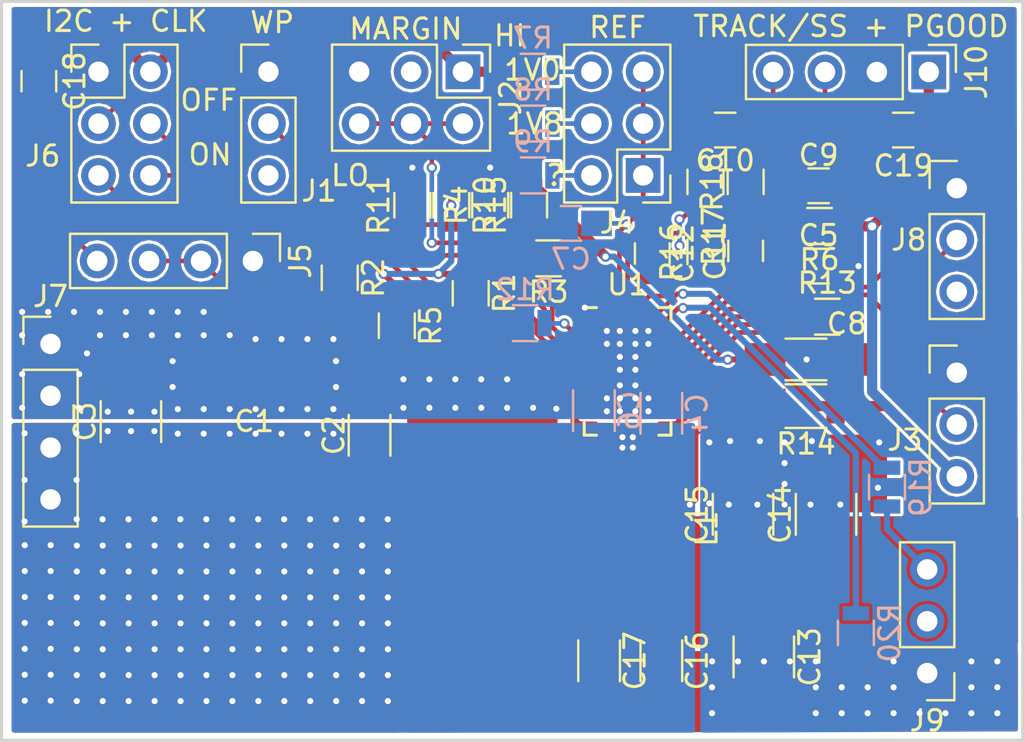
<source format=kicad_pcb>
(kicad_pcb (version 4) (host pcbnew 4.0.7)
  (layers (0 F.Cu signal) (31 B.Cu signal) (34 B.Paste user) (35 F.Paste user) (36 B.SilkS user) (37 F.SilkS user) (38 B.Mask user) (39 F.Mask user) (44 Edge.Cuts user))
  (net 0 "")
  (net 1 +BATT)
  (net 2 GND)
  (net 3 "Net-(C5-Pad1)")
  (net 4 REF)
  (net 5 VDD)
  (net 6 TRACK/SS)
  (net 7 "Net-(C10-Pad1)")
  (net 8 "Net-(C10-Pad2)")
  (net 9 "Net-(C11-Pad1)")
  (net 10 "Net-(C11-Pad2)")
  (net 11 "Net-(C12-Pad2)")
  (net 12 +1V8)
  (net 13 "Net-(J1-Pad2)")
  (net 14 "Net-(J1-Pad3)")
  (net 15 "Net-(J2-Pad2)")
  (net 16 "Net-(J2-Pad3)")
  (net 17 RUN_MSTR)
  (net 18 "Net-(J4-Pad2)")
  (net 19 "Net-(J4-Pad4)")
  (net 20 "Net-(J4-Pad6)")
  (net 21 MODE/SYNC)
  (net 22 RUN_STBY)
  (net 23 "Net-(J8-Pad3)")
  (net 24 ~ALERT)
  (net 25 SDA)
  (net 26 PGLM)
  (net 27 SCL)
  (net 28 PGOOD)
  (net 29 "Net-(R10-Pad2)")
  (net 30 "Net-(R12-Pad1)")
  (net 31 "Net-(R13-Pad1)")
  (net 32 VCC_SENSE)
  (net 33 VSS_SENSE)
  (net 34 CLKOUT)
  (net 35 /SW)
  (module zerocool-tec:VIA_0.5 (layer F.Cu) (at 56.0705 39.6495)
    (fp_text reference REF** hide)
    (fp_text value VIA_0.6 hide)
    (pad "" thru_hole circle (at 0 0) (size 0.5 0.5) (drill 0.3) (layers *.Cu) (net 2 GND))
  )
  (module zerocool-tec:VIA_0.5 (layer F.Cu) (at 54.61 39.6495)
    (fp_text reference REF** hide)
    (fp_text value VIA_0.6 hide)
    (pad "" thru_hole circle (at 0 0) (size 0.5 0.5) (drill 0.3) (layers *.Cu) (net 2 GND))
  )
  (module zerocool-tec:VIA_0.5 (layer F.Cu) (at 52.0065 39.6495)
    (fp_text reference REF** hide)
    (fp_text value VIA_0.6 hide)
    (pad "" thru_hole circle (at 0 0) (size 0.5 0.5) (drill 0.3) (layers *.Cu) (net 2 GND))
  )
  (module zerocool-tec:VIA_0.5 (layer F.Cu) (at 50.6095 39.6495)
    (fp_text reference REF** hide)
    (fp_text value VIA_0.6 hide)
    (pad "" thru_hole circle (at 0 0) (size 0.5 0.5) (drill 0.3) (layers *.Cu) (net 2 GND))
  )
  (module zerocool-tec:VIA_0.5 (layer F.Cu) (at 54.6735 36.538)
    (fp_text reference REF** hide)
    (fp_text value VIA_0.6 hide)
    (pad "" thru_hole circle (at 0 0) (size 0.5 0.5) (drill 0.3) (layers *.Cu) (net 2 GND))
  )
  (module zerocool-tec:VIA_0.5 (layer F.Cu) (at 52.1335 36.538)
    (fp_text reference REF** hide)
    (fp_text value VIA_0.6 hide)
    (pad "" thru_hole circle (at 0 0) (size 0.5 0.5) (drill 0.3) (layers *.Cu) (net 2 GND))
  )
  (module zerocool-tec:VIA_0.5 (layer F.Cu) (at 50.673 36.538)
    (fp_text reference REF** hide)
    (fp_text value VIA_0.6 hide)
    (pad "" thru_hole circle (at 0 0) (size 0.5 0.5) (drill 0.3) (layers *.Cu) (net 2 GND))
  )
  (module zerocool-tec:VIA_0.6 (layer F.Cu) (at 57.9755 36.6015)
    (fp_text reference REF** hide)
    (fp_text value VIA_0.6 hide)
    (pad "" thru_hole circle (at 0 0) (size 0.6 0.6) (drill 0.3) (layers *.Cu) (net 2 GND))
  )
  (module zerocool-tec:VIA_0.6 (layer F.Cu) (at 57.912 38.824)
    (fp_text reference REF** hide)
    (fp_text value VIA_0.6 hide)
    (pad "" thru_hole circle (at 0 0) (size 0.6 0.6) (drill 0.3) (layers *.Cu) (net 2 GND))
  )
  (module zerocool-tec:VIA_0.6 (layer F.Cu) (at 53.34 38.6335)
    (fp_text reference REF** hide)
    (fp_text value VIA_0.6 hide)
    (pad "" thru_hole circle (at 0 0) (size 0.6 0.6) (drill 0.3) (layers *.Cu) (net 2 GND))
  )
  (module zerocool-tec:VIA_0.6 (layer F.Cu) (at 53.34 37.6175)
    (fp_text reference REF** hide)
    (fp_text value VIA_0.6 hide)
    (pad "" thru_hole circle (at 0 0) (size 0.6 0.6) (drill 0.3) (layers *.Cu) (net 2 GND))
  )
  (module zerocool-tec:VIA_0.6 (layer F.Cu) (at 53.34 36.6015)
    (fp_text reference REF** hide)
    (fp_text value VIA_0.6 hide)
    (pad "" thru_hole circle (at 0 0) (size 0.6 0.6) (drill 0.3) (layers *.Cu) (net 2 GND))
  )
  (module zerocool-tec:VIA_0.6 (layer F.Cu) (at 53.34 39.6495)
    (fp_text reference REF** hide)
    (fp_text value VIA_0.6 hide)
    (pad "" thru_hole circle (at 0 0) (size 0.6 0.6) (drill 0.3) (layers *.Cu) (net 2 GND))
  )
  (module zerocool-tec:VIA_0.6 (layer F.Cu) (at 49.657 39.586)
    (fp_text reference REF** hide)
    (fp_text value VIA_0.6 hide)
    (pad "" thru_hole circle (at 0 0) (size 0.6 0.6) (drill 0.3) (layers *.Cu) (net 2 GND))
  )
  (module zerocool-tec:VIA_0.6 (layer F.Cu) (at 58.68 48.6)
    (fp_text reference REF** hide)
    (fp_text value VIA_0.6 hide)
    (pad "" thru_hole circle (at 0 0) (size 0.6 0.6) (drill 0.3) (layers *.Cu) (net 2 GND))
  )
  (module zerocool-tec:VIA_0.6 (layer F.Cu) (at 58.68 47.33)
    (fp_text reference REF** hide)
    (fp_text value VIA_0.6 hide)
    (pad "" thru_hole circle (at 0 0) (size 0.6 0.6) (drill 0.3) (layers *.Cu) (net 2 GND))
  )
  (module zerocool-tec:VIA_0.6 (layer F.Cu) (at 62.49 48.6)
    (fp_text reference REF** hide)
    (fp_text value VIA_0.6 hide)
    (pad "" thru_hole circle (at 0 0) (size 0.6 0.6) (drill 0.3) (layers *.Cu) (net 2 GND))
  )
  (module zerocool-tec:VIA_0.6 (layer F.Cu) (at 62.49 47.33)
    (fp_text reference REF** hide)
    (fp_text value VIA_0.6 hide)
    (pad "" thru_hole circle (at 0 0) (size 0.6 0.6) (drill 0.3) (layers *.Cu) (net 2 GND))
  )
  (module zerocool-tec:VIA_0.6 (layer F.Cu) (at 63.76 47.33)
    (fp_text reference REF** hide)
    (fp_text value VIA_0.6 hide)
    (pad "" thru_hole circle (at 0 0) (size 0.6 0.6) (drill 0.3) (layers *.Cu) (net 2 GND))
  )
  (module zerocool-tec:VIA_0.6 (layer F.Cu) (at 63.76 48.6)
    (fp_text reference REF** hide)
    (fp_text value VIA_0.6 hide)
    (pad "" thru_hole circle (at 0 0) (size 0.6 0.6) (drill 0.3) (layers *.Cu) (net 2 GND))
  )
  (module zerocool-tec:VIA_0.6 (layer F.Cu) (at 63.76 49.87)
    (fp_text reference REF** hide)
    (fp_text value VIA_0.6 hide)
    (pad "" thru_hole circle (at 0 0) (size 0.6 0.6) (drill 0.3) (layers *.Cu) (net 2 GND))
  )
  (module zerocool-tec:VIA_0.6 (layer F.Cu) (at 62.49 49.87)
    (fp_text reference REF** hide)
    (fp_text value VIA_0.6 hide)
    (pad "" thru_hole circle (at 0 0) (size 0.6 0.6) (drill 0.3) (layers *.Cu) (net 2 GND))
  )
  (module zerocool-tec:VIA_0.6 (layer F.Cu) (at 61.22 49.87)
    (fp_text reference REF** hide)
    (fp_text value VIA_0.6 hide)
    (pad "" thru_hole circle (at 0 0) (size 0.6 0.6) (drill 0.3) (layers *.Cu) (net 2 GND))
  )
  (module zerocool-tec:VIA_0.6 (layer F.Cu) (at 59.95 49.87)
    (fp_text reference REF** hide)
    (fp_text value VIA_0.6 hide)
    (pad "" thru_hole circle (at 0 0) (size 0.6 0.6) (drill 0.3) (layers *.Cu) (net 2 GND))
  )
  (module zerocool-tec:VIA_0.6 (layer F.Cu) (at 58.68 49.87)
    (fp_text reference REF** hide)
    (fp_text value VIA_0.6 hide)
    (pad "" thru_hole circle (at 0 0) (size 0.6 0.6) (drill 0.3) (layers *.Cu) (net 2 GND))
  )
  (module zerocool-tec:VIA_0.6 (layer F.Cu) (at 57.41 49.87)
    (fp_text reference REF** hide)
    (fp_text value VIA_0.6 hide)
    (pad "" thru_hole circle (at 0 0) (size 0.6 0.6) (drill 0.3) (layers *.Cu) (net 2 GND))
  )
  (module zerocool-tec:VIA_0.6 (layer F.Cu) (at 56.14 49.87)
    (fp_text reference REF** hide)
    (fp_text value VIA_0.6 hide)
    (pad "" thru_hole circle (at 0 0) (size 0.6 0.6) (drill 0.3) (layers *.Cu) (net 2 GND))
  )
  (module zerocool-tec:VIA_0.6 (layer F.Cu) (at 57.41 48.6)
    (fp_text reference REF** hide)
    (fp_text value VIA_0.6 hide)
    (pad "" thru_hole circle (at 0 0) (size 0.6 0.6) (drill 0.3) (layers *.Cu) (net 2 GND))
  )
  (module zerocool-tec:VIA_0.6 (layer F.Cu) (at 56.14 48.6)
    (fp_text reference REF** hide)
    (fp_text value VIA_0.6 hide)
    (pad "" thru_hole circle (at 0 0) (size 0.6 0.6) (drill 0.3) (layers *.Cu) (net 2 GND))
  )
  (module zerocool-tec:VIA_0.6 (layer F.Cu) (at 54.87 49.87)
    (fp_text reference REF** hide)
    (fp_text value VIA_0.6 hide)
    (pad "" thru_hole circle (at 0 0) (size 0.6 0.6) (drill 0.3) (layers *.Cu) (net 2 GND))
  )
  (module zerocool-tec:VIA_0.6 (layer F.Cu) (at 54.87 48.6)
    (fp_text reference REF** hide)
    (fp_text value VIA_0.6 hide)
    (pad "" thru_hole circle (at 0 0) (size 0.6 0.6) (drill 0.3) (layers *.Cu) (net 2 GND))
  )
  (module zerocool-tec:VIA_0.6 (layer F.Cu) (at 54.87 47.33)
    (fp_text reference REF** hide)
    (fp_text value VIA_0.6 hide)
    (pad "" thru_hole circle (at 0 0) (size 0.6 0.6) (drill 0.3) (layers *.Cu) (net 2 GND))
  )
  (module zerocool-tec:VIA_0.6 (layer F.Cu) (at 53.6 47.33)
    (fp_text reference REF** hide)
    (fp_text value VIA_0.6 hide)
    (pad "" thru_hole circle (at 0 0) (size 0.6 0.6) (drill 0.3) (layers *.Cu) (net 2 GND))
  )
  (module zerocool-tec:VIA_0.6 (layer F.Cu) (at 52.33 47.33)
    (fp_text reference REF** hide)
    (fp_text value VIA_0.6 hide)
    (pad "" thru_hole circle (at 0 0) (size 0.6 0.6) (drill 0.3) (layers *.Cu) (net 2 GND))
  )
  (module zerocool-tec:VIA_0.6 (layer F.Cu) (at 51.06 47.33)
    (fp_text reference REF** hide)
    (fp_text value VIA_0.6 hide)
    (pad "" thru_hole circle (at 0 0) (size 0.6 0.6) (drill 0.3) (layers *.Cu) (net 2 GND))
  )
  (module zerocool-tec:VIA_0.6 (layer F.Cu) (at 49.79 49.87)
    (fp_text reference REF** hide)
    (fp_text value VIA_0.6 hide)
    (pad "" thru_hole circle (at 0 0) (size 0.6 0.6) (drill 0.3) (layers *.Cu) (net 2 GND))
  )
  (module zerocool-tec:VIA_0.6 (layer F.Cu) (at 49.79 48.6)
    (fp_text reference REF** hide)
    (fp_text value VIA_0.6 hide)
    (pad "" thru_hole circle (at 0 0) (size 0.6 0.6) (drill 0.3) (layers *.Cu) (net 2 GND))
  )
  (module zerocool-tec:VIA_0.6 (layer F.Cu) (at 16.129 36.157)
    (fp_text reference REF** hide)
    (fp_text value VIA_0.6 hide)
    (pad "" thru_hole circle (at 0 0) (size 0.6 0.6) (drill 0.3) (layers *.Cu) (net 1 +BATT))
  )
  (module zerocool-tec:VIA_0.6 (layer F.Cu) (at 18.669 36.157)
    (fp_text reference REF** hide)
    (fp_text value VIA_0.6 hide)
    (pad "" thru_hole circle (at 0 0) (size 0.6 0.6) (drill 0.3) (layers *.Cu) (net 1 +BATT))
  )
  (module zerocool-tec:VIA_0.6 (layer F.Cu) (at 18.669 38.443)
    (fp_text reference REF** hide)
    (fp_text value VIA_0.6 hide)
    (pad "" thru_hole circle (at 0 0) (size 0.6 0.6) (drill 0.3) (layers *.Cu) (net 1 +BATT))
  )
  (module zerocool-tec:VIA_0.6 (layer F.Cu) (at 16.129 38.443)
    (fp_text reference REF** hide)
    (fp_text value VIA_0.6 hide)
    (pad "" thru_hole circle (at 0 0) (size 0.6 0.6) (drill 0.3) (layers *.Cu) (net 1 +BATT))
  )
  (module zerocool-tec:VIA_0.6 (layer F.Cu) (at 16.129 40.475)
    (fp_text reference REF** hide)
    (fp_text value VIA_0.6 hide)
    (pad "" thru_hole circle (at 0 0) (size 0.6 0.6) (drill 0.3) (layers *.Cu) (net 1 +BATT))
  )
  (module zerocool-tec:VIA_0.6 (layer F.Cu) (at 21.225 49.276)
    (fp_text reference REF** hide)
    (fp_text value VIA_0.6 hide)
    (pad "" thru_hole circle (at 0 0) (size 0.6 0.6) (drill 0.3) (layers *.Cu) (net 1 +BATT))
  )
  (module zerocool-tec:VIA_0.6 (layer F.Cu) (at 22.495 49.276)
    (fp_text reference REF** hide)
    (fp_text value VIA_0.6 hide)
    (pad "" thru_hole circle (at 0 0) (size 0.6 0.6) (drill 0.3) (layers *.Cu) (net 1 +BATT))
  )
  (module zerocool-tec:VIA_0.6 (layer F.Cu) (at 23.765 49.276)
    (fp_text reference REF** hide)
    (fp_text value VIA_0.6 hide)
    (pad "" thru_hole circle (at 0 0) (size 0.6 0.6) (drill 0.3) (layers *.Cu) (net 1 +BATT))
  )
  (module zerocool-tec:VIA_0.6 (layer F.Cu) (at 18.685 49.276)
    (fp_text reference REF** hide)
    (fp_text value VIA_0.6 hide)
    (pad "" thru_hole circle (at 0 0) (size 0.6 0.6) (drill 0.3) (layers *.Cu) (net 1 +BATT))
  )
  (module zerocool-tec:VIA_0.6 (layer F.Cu) (at 16.137 49.257)
    (fp_text reference REF** hide)
    (fp_text value VIA_0.6 hide)
    (pad "" thru_hole circle (at 0 0) (size 0.6 0.6) (drill 0.3) (layers *.Cu) (net 1 +BATT))
  )
  (module zerocool-tec:VIA_0.6 (layer F.Cu) (at 17.407 49.257)
    (fp_text reference REF** hide)
    (fp_text value VIA_0.6 hide)
    (pad "" thru_hole circle (at 0 0) (size 0.6 0.6) (drill 0.3) (layers *.Cu) (net 1 +BATT))
  )
  (module zerocool-tec:VIA_0.6 (layer F.Cu) (at 19.955 49.276)
    (fp_text reference REF** hide)
    (fp_text value VIA_0.6 hide)
    (pad "" thru_hole circle (at 0 0) (size 0.6 0.6) (drill 0.3) (layers *.Cu) (net 1 +BATT))
  )
  (module zerocool-tec:VIA_0.6 (layer F.Cu) (at 28.845 49.276)
    (fp_text reference REF** hide)
    (fp_text value VIA_0.6 hide)
    (pad "" thru_hole circle (at 0 0) (size 0.6 0.6) (drill 0.3) (layers *.Cu) (net 1 +BATT))
  )
  (module zerocool-tec:VIA_0.6 (layer F.Cu) (at 27.575 49.276)
    (fp_text reference REF** hide)
    (fp_text value VIA_0.6 hide)
    (pad "" thru_hole circle (at 0 0) (size 0.6 0.6) (drill 0.3) (layers *.Cu) (net 1 +BATT))
  )
  (module zerocool-tec:VIA_0.6 (layer F.Cu) (at 26.305 49.276)
    (fp_text reference REF** hide)
    (fp_text value VIA_0.6 hide)
    (pad "" thru_hole circle (at 0 0) (size 0.6 0.6) (drill 0.3) (layers *.Cu) (net 1 +BATT))
  )
  (module zerocool-tec:VIA_0.6 (layer F.Cu) (at 25.035 49.276)
    (fp_text reference REF** hide)
    (fp_text value VIA_0.6 hide)
    (pad "" thru_hole circle (at 0 0) (size 0.6 0.6) (drill 0.3) (layers *.Cu) (net 1 +BATT))
  )
  (module zerocool-tec:VIA_0.6 (layer F.Cu) (at 31.385 49.276)
    (fp_text reference REF** hide)
    (fp_text value VIA_0.6 hide)
    (pad "" thru_hole circle (at 0 0) (size 0.6 0.6) (drill 0.3) (layers *.Cu) (net 1 +BATT))
  )
  (module zerocool-tec:VIA_0.6 (layer F.Cu) (at 30.115 49.276)
    (fp_text reference REF** hide)
    (fp_text value VIA_0.6 hide)
    (pad "" thru_hole circle (at 0 0) (size 0.6 0.6) (drill 0.3) (layers *.Cu) (net 1 +BATT))
  )
  (module zerocool-tec:VIA_0.6 (layer F.Cu) (at 33.917 49.276)
    (fp_text reference REF** hide)
    (fp_text value VIA_0.6 hide)
    (pad "" thru_hole circle (at 0 0) (size 0.6 0.6) (drill 0.3) (layers *.Cu) (net 1 +BATT))
  )
  (module zerocool-tec:VIA_0.6 (layer F.Cu) (at 32.655 49.276)
    (fp_text reference REF** hide)
    (fp_text value VIA_0.6 hide)
    (pad "" thru_hole circle (at 0 0) (size 0.6 0.6) (drill 0.3) (layers *.Cu) (net 1 +BATT))
  )
  (module zerocool-tec:VIA_0.6 (layer F.Cu) (at 21.225 48.006)
    (fp_text reference REF** hide)
    (fp_text value VIA_0.6 hide)
    (pad "" thru_hole circle (at 0 0) (size 0.6 0.6) (drill 0.3) (layers *.Cu) (net 1 +BATT))
  )
  (module zerocool-tec:VIA_0.6 (layer F.Cu) (at 22.495 48.006)
    (fp_text reference REF** hide)
    (fp_text value VIA_0.6 hide)
    (pad "" thru_hole circle (at 0 0) (size 0.6 0.6) (drill 0.3) (layers *.Cu) (net 1 +BATT))
  )
  (module zerocool-tec:VIA_0.6 (layer F.Cu) (at 23.765 48.006)
    (fp_text reference REF** hide)
    (fp_text value VIA_0.6 hide)
    (pad "" thru_hole circle (at 0 0) (size 0.6 0.6) (drill 0.3) (layers *.Cu) (net 1 +BATT))
  )
  (module zerocool-tec:VIA_0.6 (layer F.Cu) (at 18.685 48.006)
    (fp_text reference REF** hide)
    (fp_text value VIA_0.6 hide)
    (pad "" thru_hole circle (at 0 0) (size 0.6 0.6) (drill 0.3) (layers *.Cu) (net 1 +BATT))
  )
  (module zerocool-tec:VIA_0.6 (layer F.Cu) (at 16.137 47.987)
    (fp_text reference REF** hide)
    (fp_text value VIA_0.6 hide)
    (pad "" thru_hole circle (at 0 0) (size 0.6 0.6) (drill 0.3) (layers *.Cu) (net 1 +BATT))
  )
  (module zerocool-tec:VIA_0.6 (layer F.Cu) (at 17.407 47.987)
    (fp_text reference REF** hide)
    (fp_text value VIA_0.6 hide)
    (pad "" thru_hole circle (at 0 0) (size 0.6 0.6) (drill 0.3) (layers *.Cu) (net 1 +BATT))
  )
  (module zerocool-tec:VIA_0.6 (layer F.Cu) (at 19.955 48.006)
    (fp_text reference REF** hide)
    (fp_text value VIA_0.6 hide)
    (pad "" thru_hole circle (at 0 0) (size 0.6 0.6) (drill 0.3) (layers *.Cu) (net 1 +BATT))
  )
  (module zerocool-tec:VIA_0.6 (layer F.Cu) (at 28.845 48.006)
    (fp_text reference REF** hide)
    (fp_text value VIA_0.6 hide)
    (pad "" thru_hole circle (at 0 0) (size 0.6 0.6) (drill 0.3) (layers *.Cu) (net 1 +BATT))
  )
  (module zerocool-tec:VIA_0.6 (layer F.Cu) (at 27.575 48.006)
    (fp_text reference REF** hide)
    (fp_text value VIA_0.6 hide)
    (pad "" thru_hole circle (at 0 0) (size 0.6 0.6) (drill 0.3) (layers *.Cu) (net 1 +BATT))
  )
  (module zerocool-tec:VIA_0.6 (layer F.Cu) (at 26.305 48.006)
    (fp_text reference REF** hide)
    (fp_text value VIA_0.6 hide)
    (pad "" thru_hole circle (at 0 0) (size 0.6 0.6) (drill 0.3) (layers *.Cu) (net 1 +BATT))
  )
  (module zerocool-tec:VIA_0.6 (layer F.Cu) (at 25.035 48.006)
    (fp_text reference REF** hide)
    (fp_text value VIA_0.6 hide)
    (pad "" thru_hole circle (at 0 0) (size 0.6 0.6) (drill 0.3) (layers *.Cu) (net 1 +BATT))
  )
  (module zerocool-tec:VIA_0.6 (layer F.Cu) (at 31.385 48.006)
    (fp_text reference REF** hide)
    (fp_text value VIA_0.6 hide)
    (pad "" thru_hole circle (at 0 0) (size 0.6 0.6) (drill 0.3) (layers *.Cu) (net 1 +BATT))
  )
  (module zerocool-tec:VIA_0.6 (layer F.Cu) (at 30.115 48.006)
    (fp_text reference REF** hide)
    (fp_text value VIA_0.6 hide)
    (pad "" thru_hole circle (at 0 0) (size 0.6 0.6) (drill 0.3) (layers *.Cu) (net 1 +BATT))
  )
  (module zerocool-tec:VIA_0.6 (layer F.Cu) (at 33.917 48.006)
    (fp_text reference REF** hide)
    (fp_text value VIA_0.6 hide)
    (pad "" thru_hole circle (at 0 0) (size 0.6 0.6) (drill 0.3) (layers *.Cu) (net 1 +BATT))
  )
  (module zerocool-tec:VIA_0.6 (layer F.Cu) (at 32.655 48.006)
    (fp_text reference REF** hide)
    (fp_text value VIA_0.6 hide)
    (pad "" thru_hole circle (at 0 0) (size 0.6 0.6) (drill 0.3) (layers *.Cu) (net 1 +BATT))
  )
  (module zerocool-tec:VIA_0.6 (layer F.Cu) (at 21.225 46.736)
    (fp_text reference REF** hide)
    (fp_text value VIA_0.6 hide)
    (pad "" thru_hole circle (at 0 0) (size 0.6 0.6) (drill 0.3) (layers *.Cu) (net 1 +BATT))
  )
  (module zerocool-tec:VIA_0.6 (layer F.Cu) (at 22.495 46.736)
    (fp_text reference REF** hide)
    (fp_text value VIA_0.6 hide)
    (pad "" thru_hole circle (at 0 0) (size 0.6 0.6) (drill 0.3) (layers *.Cu) (net 1 +BATT))
  )
  (module zerocool-tec:VIA_0.6 (layer F.Cu) (at 23.765 46.736)
    (fp_text reference REF** hide)
    (fp_text value VIA_0.6 hide)
    (pad "" thru_hole circle (at 0 0) (size 0.6 0.6) (drill 0.3) (layers *.Cu) (net 1 +BATT))
  )
  (module zerocool-tec:VIA_0.6 (layer F.Cu) (at 18.685 46.736)
    (fp_text reference REF** hide)
    (fp_text value VIA_0.6 hide)
    (pad "" thru_hole circle (at 0 0) (size 0.6 0.6) (drill 0.3) (layers *.Cu) (net 1 +BATT))
  )
  (module zerocool-tec:VIA_0.6 (layer F.Cu) (at 16.137 46.717)
    (fp_text reference REF** hide)
    (fp_text value VIA_0.6 hide)
    (pad "" thru_hole circle (at 0 0) (size 0.6 0.6) (drill 0.3) (layers *.Cu) (net 1 +BATT))
  )
  (module zerocool-tec:VIA_0.6 (layer F.Cu) (at 17.407 46.717)
    (fp_text reference REF** hide)
    (fp_text value VIA_0.6 hide)
    (pad "" thru_hole circle (at 0 0) (size 0.6 0.6) (drill 0.3) (layers *.Cu) (net 1 +BATT))
  )
  (module zerocool-tec:VIA_0.6 (layer F.Cu) (at 19.955 46.736)
    (fp_text reference REF** hide)
    (fp_text value VIA_0.6 hide)
    (pad "" thru_hole circle (at 0 0) (size 0.6 0.6) (drill 0.3) (layers *.Cu) (net 1 +BATT))
  )
  (module zerocool-tec:VIA_0.6 (layer F.Cu) (at 28.845 46.736)
    (fp_text reference REF** hide)
    (fp_text value VIA_0.6 hide)
    (pad "" thru_hole circle (at 0 0) (size 0.6 0.6) (drill 0.3) (layers *.Cu) (net 1 +BATT))
  )
  (module zerocool-tec:VIA_0.6 (layer F.Cu) (at 27.575 46.736)
    (fp_text reference REF** hide)
    (fp_text value VIA_0.6 hide)
    (pad "" thru_hole circle (at 0 0) (size 0.6 0.6) (drill 0.3) (layers *.Cu) (net 1 +BATT))
  )
  (module zerocool-tec:VIA_0.6 (layer F.Cu) (at 26.305 46.736)
    (fp_text reference REF** hide)
    (fp_text value VIA_0.6 hide)
    (pad "" thru_hole circle (at 0 0) (size 0.6 0.6) (drill 0.3) (layers *.Cu) (net 1 +BATT))
  )
  (module zerocool-tec:VIA_0.6 (layer F.Cu) (at 25.035 46.736)
    (fp_text reference REF** hide)
    (fp_text value VIA_0.6 hide)
    (pad "" thru_hole circle (at 0 0) (size 0.6 0.6) (drill 0.3) (layers *.Cu) (net 1 +BATT))
  )
  (module zerocool-tec:VIA_0.6 (layer F.Cu) (at 31.385 46.736)
    (fp_text reference REF** hide)
    (fp_text value VIA_0.6 hide)
    (pad "" thru_hole circle (at 0 0) (size 0.6 0.6) (drill 0.3) (layers *.Cu) (net 1 +BATT))
  )
  (module zerocool-tec:VIA_0.6 (layer F.Cu) (at 30.115 46.736)
    (fp_text reference REF** hide)
    (fp_text value VIA_0.6 hide)
    (pad "" thru_hole circle (at 0 0) (size 0.6 0.6) (drill 0.3) (layers *.Cu) (net 1 +BATT))
  )
  (module zerocool-tec:VIA_0.6 (layer F.Cu) (at 33.917 46.736)
    (fp_text reference REF** hide)
    (fp_text value VIA_0.6 hide)
    (pad "" thru_hole circle (at 0 0) (size 0.6 0.6) (drill 0.3) (layers *.Cu) (net 1 +BATT))
  )
  (module zerocool-tec:VIA_0.6 (layer F.Cu) (at 32.655 46.736)
    (fp_text reference REF** hide)
    (fp_text value VIA_0.6 hide)
    (pad "" thru_hole circle (at 0 0) (size 0.6 0.6) (drill 0.3) (layers *.Cu) (net 1 +BATT))
  )
  (module zerocool-tec:VIA_0.6 (layer F.Cu) (at 21.225 45.466)
    (fp_text reference REF** hide)
    (fp_text value VIA_0.6 hide)
    (pad "" thru_hole circle (at 0 0) (size 0.6 0.6) (drill 0.3) (layers *.Cu) (net 1 +BATT))
  )
  (module zerocool-tec:VIA_0.6 (layer F.Cu) (at 22.495 45.466)
    (fp_text reference REF** hide)
    (fp_text value VIA_0.6 hide)
    (pad "" thru_hole circle (at 0 0) (size 0.6 0.6) (drill 0.3) (layers *.Cu) (net 1 +BATT))
  )
  (module zerocool-tec:VIA_0.6 (layer F.Cu) (at 23.765 45.466)
    (fp_text reference REF** hide)
    (fp_text value VIA_0.6 hide)
    (pad "" thru_hole circle (at 0 0) (size 0.6 0.6) (drill 0.3) (layers *.Cu) (net 1 +BATT))
  )
  (module zerocool-tec:VIA_0.6 (layer F.Cu) (at 18.685 45.466)
    (fp_text reference REF** hide)
    (fp_text value VIA_0.6 hide)
    (pad "" thru_hole circle (at 0 0) (size 0.6 0.6) (drill 0.3) (layers *.Cu) (net 1 +BATT))
  )
  (module zerocool-tec:VIA_0.6 (layer F.Cu) (at 16.137 45.447)
    (fp_text reference REF** hide)
    (fp_text value VIA_0.6 hide)
    (pad "" thru_hole circle (at 0 0) (size 0.6 0.6) (drill 0.3) (layers *.Cu) (net 1 +BATT))
  )
  (module zerocool-tec:VIA_0.6 (layer F.Cu) (at 17.407 45.447)
    (fp_text reference REF** hide)
    (fp_text value VIA_0.6 hide)
    (pad "" thru_hole circle (at 0 0) (size 0.6 0.6) (drill 0.3) (layers *.Cu) (net 1 +BATT))
  )
  (module zerocool-tec:VIA_0.6 (layer F.Cu) (at 19.955 45.466)
    (fp_text reference REF** hide)
    (fp_text value VIA_0.6 hide)
    (pad "" thru_hole circle (at 0 0) (size 0.6 0.6) (drill 0.3) (layers *.Cu) (net 1 +BATT))
  )
  (module zerocool-tec:VIA_0.6 (layer F.Cu) (at 28.845 45.466)
    (fp_text reference REF** hide)
    (fp_text value VIA_0.6 hide)
    (pad "" thru_hole circle (at 0 0) (size 0.6 0.6) (drill 0.3) (layers *.Cu) (net 1 +BATT))
  )
  (module zerocool-tec:VIA_0.6 (layer F.Cu) (at 27.575 45.466)
    (fp_text reference REF** hide)
    (fp_text value VIA_0.6 hide)
    (pad "" thru_hole circle (at 0 0) (size 0.6 0.6) (drill 0.3) (layers *.Cu) (net 1 +BATT))
  )
  (module zerocool-tec:VIA_0.6 (layer F.Cu) (at 26.305 45.466)
    (fp_text reference REF** hide)
    (fp_text value VIA_0.6 hide)
    (pad "" thru_hole circle (at 0 0) (size 0.6 0.6) (drill 0.3) (layers *.Cu) (net 1 +BATT))
  )
  (module zerocool-tec:VIA_0.6 (layer F.Cu) (at 25.035 45.466)
    (fp_text reference REF** hide)
    (fp_text value VIA_0.6 hide)
    (pad "" thru_hole circle (at 0 0) (size 0.6 0.6) (drill 0.3) (layers *.Cu) (net 1 +BATT))
  )
  (module zerocool-tec:VIA_0.6 (layer F.Cu) (at 31.385 45.466)
    (fp_text reference REF** hide)
    (fp_text value VIA_0.6 hide)
    (pad "" thru_hole circle (at 0 0) (size 0.6 0.6) (drill 0.3) (layers *.Cu) (net 1 +BATT))
  )
  (module zerocool-tec:VIA_0.6 (layer F.Cu) (at 30.115 45.466)
    (fp_text reference REF** hide)
    (fp_text value VIA_0.6 hide)
    (pad "" thru_hole circle (at 0 0) (size 0.6 0.6) (drill 0.3) (layers *.Cu) (net 1 +BATT))
  )
  (module zerocool-tec:VIA_0.6 (layer F.Cu) (at 33.917 45.466)
    (fp_text reference REF** hide)
    (fp_text value VIA_0.6 hide)
    (pad "" thru_hole circle (at 0 0) (size 0.6 0.6) (drill 0.3) (layers *.Cu) (net 1 +BATT))
  )
  (module zerocool-tec:VIA_0.6 (layer F.Cu) (at 32.655 45.466)
    (fp_text reference REF** hide)
    (fp_text value VIA_0.6 hide)
    (pad "" thru_hole circle (at 0 0) (size 0.6 0.6) (drill 0.3) (layers *.Cu) (net 1 +BATT))
  )
  (module zerocool-tec:VIA_0.6 (layer F.Cu) (at 21.225 44.196)
    (fp_text reference REF** hide)
    (fp_text value VIA_0.6 hide)
    (pad "" thru_hole circle (at 0 0) (size 0.6 0.6) (drill 0.3) (layers *.Cu) (net 1 +BATT))
  )
  (module zerocool-tec:VIA_0.6 (layer F.Cu) (at 22.495 44.196)
    (fp_text reference REF** hide)
    (fp_text value VIA_0.6 hide)
    (pad "" thru_hole circle (at 0 0) (size 0.6 0.6) (drill 0.3) (layers *.Cu) (net 1 +BATT))
  )
  (module zerocool-tec:VIA_0.6 (layer F.Cu) (at 23.765 44.196)
    (fp_text reference REF** hide)
    (fp_text value VIA_0.6 hide)
    (pad "" thru_hole circle (at 0 0) (size 0.6 0.6) (drill 0.3) (layers *.Cu) (net 1 +BATT))
  )
  (module zerocool-tec:VIA_0.6 (layer F.Cu) (at 18.685 44.196)
    (fp_text reference REF** hide)
    (fp_text value VIA_0.6 hide)
    (pad "" thru_hole circle (at 0 0) (size 0.6 0.6) (drill 0.3) (layers *.Cu) (net 1 +BATT))
  )
  (module zerocool-tec:VIA_0.6 (layer F.Cu) (at 16.137 44.177)
    (fp_text reference REF** hide)
    (fp_text value VIA_0.6 hide)
    (pad "" thru_hole circle (at 0 0) (size 0.6 0.6) (drill 0.3) (layers *.Cu) (net 1 +BATT))
  )
  (module zerocool-tec:VIA_0.6 (layer F.Cu) (at 17.407 44.177)
    (fp_text reference REF** hide)
    (fp_text value VIA_0.6 hide)
    (pad "" thru_hole circle (at 0 0) (size 0.6 0.6) (drill 0.3) (layers *.Cu) (net 1 +BATT))
  )
  (module zerocool-tec:VIA_0.6 (layer F.Cu) (at 19.955 44.196)
    (fp_text reference REF** hide)
    (fp_text value VIA_0.6 hide)
    (pad "" thru_hole circle (at 0 0) (size 0.6 0.6) (drill 0.3) (layers *.Cu) (net 1 +BATT))
  )
  (module zerocool-tec:VIA_0.6 (layer F.Cu) (at 28.845 44.196)
    (fp_text reference REF** hide)
    (fp_text value VIA_0.6 hide)
    (pad "" thru_hole circle (at 0 0) (size 0.6 0.6) (drill 0.3) (layers *.Cu) (net 1 +BATT))
  )
  (module zerocool-tec:VIA_0.6 (layer F.Cu) (at 27.575 44.196)
    (fp_text reference REF** hide)
    (fp_text value VIA_0.6 hide)
    (pad "" thru_hole circle (at 0 0) (size 0.6 0.6) (drill 0.3) (layers *.Cu) (net 1 +BATT))
  )
  (module zerocool-tec:VIA_0.6 (layer F.Cu) (at 26.305 44.196)
    (fp_text reference REF** hide)
    (fp_text value VIA_0.6 hide)
    (pad "" thru_hole circle (at 0 0) (size 0.6 0.6) (drill 0.3) (layers *.Cu) (net 1 +BATT))
  )
  (module zerocool-tec:VIA_0.6 (layer F.Cu) (at 25.035 44.196)
    (fp_text reference REF** hide)
    (fp_text value VIA_0.6 hide)
    (pad "" thru_hole circle (at 0 0) (size 0.6 0.6) (drill 0.3) (layers *.Cu) (net 1 +BATT))
  )
  (module zerocool-tec:VIA_0.6 (layer F.Cu) (at 31.385 44.196)
    (fp_text reference REF** hide)
    (fp_text value VIA_0.6 hide)
    (pad "" thru_hole circle (at 0 0) (size 0.6 0.6) (drill 0.3) (layers *.Cu) (net 1 +BATT))
  )
  (module zerocool-tec:VIA_0.6 (layer F.Cu) (at 30.115 44.196)
    (fp_text reference REF** hide)
    (fp_text value VIA_0.6 hide)
    (pad "" thru_hole circle (at 0 0) (size 0.6 0.6) (drill 0.3) (layers *.Cu) (net 1 +BATT))
  )
  (module zerocool-tec:VIA_0.6 (layer F.Cu) (at 33.917 44.196)
    (fp_text reference REF** hide)
    (fp_text value VIA_0.6 hide)
    (pad "" thru_hole circle (at 0 0) (size 0.6 0.6) (drill 0.3) (layers *.Cu) (net 1 +BATT))
  )
  (module zerocool-tec:VIA_0.6 (layer F.Cu) (at 32.655 44.196)
    (fp_text reference REF** hide)
    (fp_text value VIA_0.6 hide)
    (pad "" thru_hole circle (at 0 0) (size 0.6 0.6) (drill 0.3) (layers *.Cu) (net 1 +BATT))
  )
  (module zerocool-tec:VIA_0.6 (layer F.Cu) (at 21.225 42.926)
    (fp_text reference REF** hide)
    (fp_text value VIA_0.6 hide)
    (pad "" thru_hole circle (at 0 0) (size 0.6 0.6) (drill 0.3) (layers *.Cu) (net 1 +BATT))
  )
  (module zerocool-tec:VIA_0.6 (layer F.Cu) (at 22.495 42.926)
    (fp_text reference REF** hide)
    (fp_text value VIA_0.6 hide)
    (pad "" thru_hole circle (at 0 0) (size 0.6 0.6) (drill 0.3) (layers *.Cu) (net 1 +BATT))
  )
  (module zerocool-tec:VIA_0.6 (layer F.Cu) (at 23.765 42.926)
    (fp_text reference REF** hide)
    (fp_text value VIA_0.6 hide)
    (pad "" thru_hole circle (at 0 0) (size 0.6 0.6) (drill 0.3) (layers *.Cu) (net 1 +BATT))
  )
  (module zerocool-tec:VIA_0.6 (layer F.Cu) (at 18.685 42.926)
    (fp_text reference REF** hide)
    (fp_text value VIA_0.6 hide)
    (pad "" thru_hole circle (at 0 0) (size 0.6 0.6) (drill 0.3) (layers *.Cu) (net 1 +BATT))
  )
  (module zerocool-tec:VIA_0.6 (layer F.Cu) (at 16.137 42.907)
    (fp_text reference REF** hide)
    (fp_text value VIA_0.6 hide)
    (pad "" thru_hole circle (at 0 0) (size 0.6 0.6) (drill 0.3) (layers *.Cu) (net 1 +BATT))
  )
  (module zerocool-tec:VIA_0.6 (layer F.Cu) (at 17.407 42.907)
    (fp_text reference REF** hide)
    (fp_text value VIA_0.6 hide)
    (pad "" thru_hole circle (at 0 0) (size 0.6 0.6) (drill 0.3) (layers *.Cu) (net 1 +BATT))
  )
  (module zerocool-tec:VIA_0.6 (layer F.Cu) (at 19.955 42.926)
    (fp_text reference REF** hide)
    (fp_text value VIA_0.6 hide)
    (pad "" thru_hole circle (at 0 0) (size 0.6 0.6) (drill 0.3) (layers *.Cu) (net 1 +BATT))
  )
  (module zerocool-tec:VIA_0.6 (layer F.Cu) (at 28.845 42.926)
    (fp_text reference REF** hide)
    (fp_text value VIA_0.6 hide)
    (pad "" thru_hole circle (at 0 0) (size 0.6 0.6) (drill 0.3) (layers *.Cu) (net 1 +BATT))
  )
  (module zerocool-tec:VIA_0.6 (layer F.Cu) (at 27.575 42.926)
    (fp_text reference REF** hide)
    (fp_text value VIA_0.6 hide)
    (pad "" thru_hole circle (at 0 0) (size 0.6 0.6) (drill 0.3) (layers *.Cu) (net 1 +BATT))
  )
  (module zerocool-tec:VIA_0.6 (layer F.Cu) (at 26.305 42.926)
    (fp_text reference REF** hide)
    (fp_text value VIA_0.6 hide)
    (pad "" thru_hole circle (at 0 0) (size 0.6 0.6) (drill 0.3) (layers *.Cu) (net 1 +BATT))
  )
  (module zerocool-tec:VIA_0.6 (layer F.Cu) (at 25.035 42.926)
    (fp_text reference REF** hide)
    (fp_text value VIA_0.6 hide)
    (pad "" thru_hole circle (at 0 0) (size 0.6 0.6) (drill 0.3) (layers *.Cu) (net 1 +BATT))
  )
  (module zerocool-tec:VIA_0.6 (layer F.Cu) (at 31.385 42.926)
    (fp_text reference REF** hide)
    (fp_text value VIA_0.6 hide)
    (pad "" thru_hole circle (at 0 0) (size 0.6 0.6) (drill 0.3) (layers *.Cu) (net 1 +BATT))
  )
  (module zerocool-tec:VIA_0.6 (layer F.Cu) (at 30.115 42.926)
    (fp_text reference REF** hide)
    (fp_text value VIA_0.6 hide)
    (pad "" thru_hole circle (at 0 0) (size 0.6 0.6) (drill 0.3) (layers *.Cu) (net 1 +BATT))
  )
  (module zerocool-tec:VIA_0.6 (layer F.Cu) (at 33.917 42.926)
    (fp_text reference REF** hide)
    (fp_text value VIA_0.6 hide)
    (pad "" thru_hole circle (at 0 0) (size 0.6 0.6) (drill 0.3) (layers *.Cu) (net 1 +BATT))
  )
  (module zerocool-tec:VIA_0.6 (layer F.Cu) (at 32.655 42.926)
    (fp_text reference REF** hide)
    (fp_text value VIA_0.6 hide)
    (pad "" thru_hole circle (at 0 0) (size 0.6 0.6) (drill 0.3) (layers *.Cu) (net 1 +BATT))
  )
  (module zerocool-tec:VIA_0.6 (layer F.Cu) (at 26.305 41.656)
    (fp_text reference REF** hide)
    (fp_text value VIA_0.6 hide)
    (pad "" thru_hole circle (at 0 0) (size 0.6 0.6) (drill 0.3) (layers *.Cu) (net 1 +BATT))
  )
  (module zerocool-tec:VIA_0.6 (layer F.Cu) (at 27.575 41.656)
    (fp_text reference REF** hide)
    (fp_text value VIA_0.6 hide)
    (pad "" thru_hole circle (at 0 0) (size 0.6 0.6) (drill 0.3) (layers *.Cu) (net 1 +BATT))
  )
  (module zerocool-tec:VIA_0.6 (layer F.Cu) (at 22.495 41.656)
    (fp_text reference REF** hide)
    (fp_text value VIA_0.6 hide)
    (pad "" thru_hole circle (at 0 0) (size 0.6 0.6) (drill 0.3) (layers *.Cu) (net 1 +BATT))
  )
  (module zerocool-tec:VIA_0.6 (layer F.Cu) (at 25.035 41.656)
    (fp_text reference REF** hide)
    (fp_text value VIA_0.6 hide)
    (pad "" thru_hole circle (at 0 0) (size 0.6 0.6) (drill 0.3) (layers *.Cu) (net 1 +BATT))
  )
  (module zerocool-tec:VIA_0.6 (layer F.Cu) (at 21.225 41.656)
    (fp_text reference REF** hide)
    (fp_text value VIA_0.6 hide)
    (pad "" thru_hole circle (at 0 0) (size 0.6 0.6) (drill 0.3) (layers *.Cu) (net 1 +BATT))
  )
  (module zerocool-tec:VIA_0.6 (layer F.Cu) (at 23.765 41.656)
    (fp_text reference REF** hide)
    (fp_text value VIA_0.6 hide)
    (pad "" thru_hole circle (at 0 0) (size 0.6 0.6) (drill 0.3) (layers *.Cu) (net 1 +BATT))
  )
  (module zerocool-tec:VIA_0.6 (layer F.Cu) (at 19.955 41.656)
    (fp_text reference REF** hide)
    (fp_text value VIA_0.6 hide)
    (pad "" thru_hole circle (at 0 0) (size 0.6 0.6) (drill 0.3) (layers *.Cu) (net 1 +BATT))
  )
  (module zerocool-tec:VIA_0.6 (layer F.Cu) (at 18.685 41.656)
    (fp_text reference REF** hide)
    (fp_text value VIA_0.6 hide)
    (pad "" thru_hole circle (at 0 0) (size 0.6 0.6) (drill 0.3) (layers *.Cu) (net 1 +BATT))
  )
  (module zerocool-tec:VIA_0.6 (layer F.Cu) (at 33.917 41.656)
    (fp_text reference REF** hide)
    (fp_text value VIA_0.6 hide)
    (pad "" thru_hole circle (at 0 0) (size 0.6 0.6) (drill 0.3) (layers *.Cu) (net 1 +BATT))
  )
  (module zerocool-tec:VIA_0.6 (layer F.Cu) (at 32.655 41.656)
    (fp_text reference REF** hide)
    (fp_text value VIA_0.6 hide)
    (pad "" thru_hole circle (at 0 0) (size 0.6 0.6) (drill 0.3) (layers *.Cu) (net 1 +BATT))
  )
  (module zerocool-tec:VIA_0.6 (layer F.Cu) (at 28.845 41.656)
    (fp_text reference REF** hide)
    (fp_text value VIA_0.6 hide)
    (pad "" thru_hole circle (at 0 0) (size 0.6 0.6) (drill 0.3) (layers *.Cu) (net 1 +BATT))
  )
  (module zerocool-tec:VIA_0.6 (layer F.Cu) (at 31.385 41.656)
    (fp_text reference REF** hide)
    (fp_text value VIA_0.6 hide)
    (pad "" thru_hole circle (at 0 0) (size 0.6 0.6) (drill 0.3) (layers *.Cu) (net 1 +BATT))
  )
  (module zerocool-tec:VIA_0.6 (layer F.Cu) (at 30.115 41.656)
    (fp_text reference REF** hide)
    (fp_text value VIA_0.6 hide)
    (pad "" thru_hole circle (at 0 0) (size 0.6 0.6) (drill 0.3) (layers *.Cu) (net 1 +BATT))
  )
  (module zerocool-tec:VIA_0.6 (layer F.Cu) (at 16.137 41.637)
    (fp_text reference REF** hide)
    (fp_text value VIA_0.6 hide)
    (pad "" thru_hole circle (at 0 0) (size 0.6 0.6) (drill 0.3) (layers *.Cu) (net 1 +BATT))
  )
  (module zerocool-tec:VIA_0.6 (layer F.Cu) (at 17.407 41.637)
    (fp_text reference REF** hide)
    (fp_text value VIA_0.6 hide)
    (pad "" thru_hole circle (at 0 0) (size 0.6 0.6) (drill 0.3) (layers *.Cu) (net 1 +BATT))
  )
  (module zerocool-tec:VIA_0.6 (layer F.Cu) (at 33.909 40.367)
    (fp_text reference REF** hide)
    (fp_text value VIA_0.6 hide)
    (pad "" thru_hole circle (at 0 0) (size 0.6 0.6) (drill 0.3) (layers *.Cu) (net 1 +BATT))
  )
  (module zerocool-tec:VIA_0.6 (layer F.Cu) (at 28.837 40.367)
    (fp_text reference REF** hide)
    (fp_text value VIA_0.6 hide)
    (pad "" thru_hole circle (at 0 0) (size 0.6 0.6) (drill 0.3) (layers *.Cu) (net 1 +BATT))
  )
  (module zerocool-tec:VIA_0.6 (layer F.Cu) (at 27.567 40.367)
    (fp_text reference REF** hide)
    (fp_text value VIA_0.6 hide)
    (pad "" thru_hole circle (at 0 0) (size 0.6 0.6) (drill 0.3) (layers *.Cu) (net 1 +BATT))
  )
  (module zerocool-tec:VIA_0.6 (layer F.Cu) (at 26.297 40.367)
    (fp_text reference REF** hide)
    (fp_text value VIA_0.6 hide)
    (pad "" thru_hole circle (at 0 0) (size 0.6 0.6) (drill 0.3) (layers *.Cu) (net 1 +BATT))
  )
  (module zerocool-tec:VIA_0.6 (layer F.Cu) (at 32.647 40.367)
    (fp_text reference REF** hide)
    (fp_text value VIA_0.6 hide)
    (pad "" thru_hole circle (at 0 0) (size 0.6 0.6) (drill 0.3) (layers *.Cu) (net 1 +BATT))
  )
  (module zerocool-tec:VIA_0.6 (layer F.Cu) (at 30.107 40.367)
    (fp_text reference REF** hide)
    (fp_text value VIA_0.6 hide)
    (pad "" thru_hole circle (at 0 0) (size 0.6 0.6) (drill 0.3) (layers *.Cu) (net 1 +BATT))
  )
  (module zerocool-tec:VIA_0.6 (layer F.Cu) (at 31.377 40.367)
    (fp_text reference REF** hide)
    (fp_text value VIA_0.6 hide)
    (pad "" thru_hole circle (at 0 0) (size 0.6 0.6) (drill 0.3) (layers *.Cu) (net 1 +BATT))
  )
  (module zerocool-tec:VIA_0.6 (layer F.Cu) (at 21.217 40.367)
    (fp_text reference REF** hide)
    (fp_text value VIA_0.6 hide)
    (pad "" thru_hole circle (at 0 0) (size 0.6 0.6) (drill 0.3) (layers *.Cu) (net 1 +BATT))
  )
  (module zerocool-tec:VIA_0.6 (layer F.Cu) (at 19.947 40.367)
    (fp_text reference REF** hide)
    (fp_text value VIA_0.6 hide)
    (pad "" thru_hole circle (at 0 0) (size 0.6 0.6) (drill 0.3) (layers *.Cu) (net 1 +BATT))
  )
  (module zerocool-tec:VIA_0.6 (layer F.Cu) (at 18.677 40.367)
    (fp_text reference REF** hide)
    (fp_text value VIA_0.6 hide)
    (pad "" thru_hole circle (at 0 0) (size 0.6 0.6) (drill 0.3) (layers *.Cu) (net 1 +BATT))
  )
  (module zerocool-tec:VIA_0.6 (layer F.Cu) (at 25.027 40.367)
    (fp_text reference REF** hide)
    (fp_text value VIA_0.6 hide)
    (pad "" thru_hole circle (at 0 0) (size 0.6 0.6) (drill 0.3) (layers *.Cu) (net 1 +BATT))
  )
  (module zerocool-tec:VIA_0.6 (layer F.Cu) (at 22.487 40.367)
    (fp_text reference REF** hide)
    (fp_text value VIA_0.6 hide)
    (pad "" thru_hole circle (at 0 0) (size 0.6 0.6) (drill 0.3) (layers *.Cu) (net 1 +BATT))
  )
  (module zerocool-tec:VIA_0.6 (layer F.Cu) (at 23.757 40.367)
    (fp_text reference REF** hide)
    (fp_text value VIA_0.6 hide)
    (pad "" thru_hole circle (at 0 0) (size 0.6 0.6) (drill 0.3) (layers *.Cu) (net 1 +BATT))
  )
  (module zerocool-tec:VIA_0.6 (layer F.Cu) (at 42.164 34.9505)
    (fp_text reference REF** hide)
    (fp_text value VIA_0.6 hide)
    (pad "" thru_hole circle (at 0 0) (size 0.6 0.6) (drill 0.3) (layers *.Cu) (net 2 GND))
  )
  (module zerocool-tec:VIA_0.6 (layer F.Cu) (at 41.029 34.906)
    (fp_text reference REF** hide)
    (fp_text value VIA_0.6 hide)
    (pad "" thru_hole circle (at 0 0) (size 0.6 0.6) (drill 0.3) (layers *.Cu) (net 2 GND))
  )
  (module zerocool-tec:VIA_0.6 (layer F.Cu) (at 39.759 33.509)
    (fp_text reference REF** hide)
    (fp_text value VIA_0.6 hide)
    (pad "" thru_hole circle (at 0 0) (size 0.6 0.6) (drill 0.3) (layers *.Cu) (net 2 GND))
  )
  (module zerocool-tec:VIA_0.6 (layer F.Cu) (at 39.759 34.906)
    (fp_text reference REF** hide)
    (fp_text value VIA_0.6 hide)
    (pad "" thru_hole circle (at 0 0) (size 0.6 0.6) (drill 0.3) (layers *.Cu) (net 2 GND))
  )
  (module zerocool-tec:VIA_0.6 (layer F.Cu) (at 38.489 34.906)
    (fp_text reference REF** hide)
    (fp_text value VIA_0.6 hide)
    (pad "" thru_hole circle (at 0 0) (size 0.6 0.6) (drill 0.3) (layers *.Cu) (net 2 GND))
  )
  (module zerocool-tec:VIA_0.6 (layer F.Cu) (at 38.489 33.509)
    (fp_text reference REF** hide)
    (fp_text value VIA_0.6 hide)
    (pad "" thru_hole circle (at 0 0) (size 0.6 0.6) (drill 0.3) (layers *.Cu) (net 2 GND))
  )
  (module zerocool-tec:VIA_0.6 (layer F.Cu) (at 37.219 34.906)
    (fp_text reference REF** hide)
    (fp_text value VIA_0.6 hide)
    (pad "" thru_hole circle (at 0 0) (size 0.6 0.6) (drill 0.3) (layers *.Cu) (net 2 GND))
  )
  (module zerocool-tec:VIA_0.6 (layer F.Cu) (at 37.219 33.509)
    (fp_text reference REF** hide)
    (fp_text value VIA_0.6 hide)
    (pad "" thru_hole circle (at 0 0) (size 0.6 0.6) (drill 0.3) (layers *.Cu) (net 2 GND))
  )
  (module zerocool-tec:VIA_0.6 (layer F.Cu) (at 35.949 33.509)
    (fp_text reference REF** hide)
    (fp_text value VIA_0.6 hide)
    (pad "" thru_hole circle (at 0 0) (size 0.6 0.6) (drill 0.3) (layers *.Cu) (net 2 GND))
  )
  (module zerocool-tec:VIA_0.6 (layer F.Cu) (at 35.949 34.906)
    (fp_text reference REF** hide)
    (fp_text value VIA_0.6 hide)
    (pad "" thru_hole circle (at 0 0) (size 0.6 0.6) (drill 0.3) (layers *.Cu) (net 2 GND))
  )
  (module zerocool-tec:VIA_0.6 (layer F.Cu) (at 34.679 34.906)
    (fp_text reference REF** hide)
    (fp_text value VIA_0.6 hide)
    (pad "" thru_hole circle (at 0 0) (size 0.6 0.6) (drill 0.3) (layers *.Cu) (net 2 GND))
  )
  (module zerocool-tec:VIA_0.6 (layer F.Cu) (at 34.679 33.509)
    (fp_text reference REF** hide)
    (fp_text value VIA_0.6 hide)
    (pad "" thru_hole circle (at 0 0) (size 0.6 0.6) (drill 0.3) (layers *.Cu) (net 2 GND))
  )
  (module zerocool-tec:VIA_0.6 (layer F.Cu) (at 23.376 33.89)
    (fp_text reference REF** hide)
    (fp_text value VIA_0.6 hide)
    (pad "" thru_hole circle (at 0 0) (size 0.6 0.6) (drill 0.3) (layers *.Cu) (net 2 GND))
  )
  (module zerocool-tec:VIA_0.6 (layer F.Cu) (at 23.376 32.62)
    (fp_text reference REF** hide)
    (fp_text value VIA_0.6 hide)
    (pad "" thru_hole circle (at 0 0) (size 0.6 0.6) (drill 0.3) (layers *.Cu) (net 2 GND))
  )
  (module zerocool-tec:VIA_0.6 (layer F.Cu) (at 19.185 32.239)
    (fp_text reference REF** hide)
    (fp_text value VIA_0.6 hide)
    (pad "" thru_hole circle (at 0 0) (size 0.6 0.6) (drill 0.3) (layers *.Cu) (net 2 GND))
  )
  (module zerocool-tec:VIA_0.6 (layer F.Cu) (at 18.804 33.255)
    (fp_text reference REF** hide)
    (fp_text value VIA_0.6 hide)
    (pad "" thru_hole circle (at 0 0) (size 0.6 0.6) (drill 0.3) (layers *.Cu) (net 2 GND))
  )
  (module zerocool-tec:VIA_0.6 (layer F.Cu) (at 18.804 34.906)
    (fp_text reference REF** hide)
    (fp_text value VIA_0.6 hide)
    (pad "" thru_hole circle (at 0 0) (size 0.6 0.6) (drill 0.3) (layers *.Cu) (net 2 GND))
  )
  (module zerocool-tec:VIA_0.6 (layer F.Cu) (at 16.01 33.255)
    (fp_text reference REF** hide)
    (fp_text value VIA_0.6 hide)
    (pad "" thru_hole circle (at 0 0) (size 0.6 0.6) (drill 0.3) (layers *.Cu) (net 2 GND))
  )
  (module zerocool-tec:VIA_0.6 (layer F.Cu) (at 31.377 32.62)
    (fp_text reference REF** hide)
    (fp_text value VIA_0.6 hide)
    (pad "" thru_hole circle (at 0 0) (size 0.6 0.6) (drill 0.3) (layers *.Cu) (net 2 GND))
  )
  (module zerocool-tec:VIA_0.6 (layer F.Cu) (at 31.377 33.89)
    (fp_text reference REF** hide)
    (fp_text value VIA_0.6 hide)
    (pad "" thru_hole circle (at 0 0) (size 0.6 0.6) (drill 0.3) (layers *.Cu) (net 2 GND))
  )
  (module zerocool-tec:VIA_0.6 (layer F.Cu) (at 28.71 31.5405)
    (fp_text reference REF** hide)
    (fp_text value VIA_0.6 hide)
    (pad "" thru_hole circle (at 0 0) (size 0.6 0.6) (drill 0.3) (layers *.Cu) (net 2 GND))
  )
  (module zerocool-tec:VIA_0.6 (layer F.Cu) (at 31.25 31.5405)
    (fp_text reference REF** hide)
    (fp_text value VIA_0.6 hide)
    (pad "" thru_hole circle (at 0 0) (size 0.6 0.6) (drill 0.3) (layers *.Cu) (net 2 GND))
  )
  (module zerocool-tec:VIA_0.6 (layer F.Cu) (at 29.98 31.5405)
    (fp_text reference REF** hide)
    (fp_text value VIA_0.6 hide)
    (pad "" thru_hole circle (at 0 0) (size 0.6 0.6) (drill 0.3) (layers *.Cu) (net 2 GND))
  )
  (module zerocool-tec:VIA_0.6 (layer F.Cu) (at 26.17 31.35)
    (fp_text reference REF** hide)
    (fp_text value VIA_0.6 hide)
    (pad "" thru_hole circle (at 0 0) (size 0.6 0.6) (drill 0.3) (layers *.Cu) (net 2 GND))
  )
  (module zerocool-tec:VIA_0.6 (layer F.Cu) (at 27.44 31.5405)
    (fp_text reference REF** hide)
    (fp_text value VIA_0.6 hide)
    (pad "" thru_hole circle (at 0 0) (size 0.6 0.6) (drill 0.3) (layers *.Cu) (net 2 GND))
  )
  (module zerocool-tec:VIA_0.6 (layer F.Cu) (at 31.25 36.176)
    (fp_text reference REF** hide)
    (fp_text value VIA_0.6 hide)
    (pad "" thru_hole circle (at 0 0) (size 0.6 0.6) (drill 0.3) (layers *.Cu) (net 1 +BATT))
  )
  (module zerocool-tec:VIA_0.6 (layer F.Cu) (at 28.71 36.176)
    (fp_text reference REF** hide)
    (fp_text value VIA_0.6 hide)
    (pad "" thru_hole circle (at 0 0) (size 0.6 0.6) (drill 0.3) (layers *.Cu) (net 1 +BATT))
  )
  (module zerocool-tec:VIA_0.6 (layer F.Cu) (at 29.98 36.176)
    (fp_text reference REF** hide)
    (fp_text value VIA_0.6 hide)
    (pad "" thru_hole circle (at 0 0) (size 0.6 0.6) (drill 0.3) (layers *.Cu) (net 1 +BATT))
  )
  (module zerocool-tec:VIA_0.6 (layer F.Cu) (at 23.63 36.176)
    (fp_text reference REF** hide)
    (fp_text value VIA_0.6 hide)
    (pad "" thru_hole circle (at 0 0) (size 0.6 0.6) (drill 0.3) (layers *.Cu) (net 1 +BATT))
  )
  (module zerocool-tec:VIA_0.6 (layer F.Cu) (at 24.9 36.176)
    (fp_text reference REF** hide)
    (fp_text value VIA_0.6 hide)
    (pad "" thru_hole circle (at 0 0) (size 0.6 0.6) (drill 0.3) (layers *.Cu) (net 1 +BATT))
  )
  (module zerocool-tec:VIA_0.6 (layer F.Cu) (at 26.17 36.176)
    (fp_text reference REF** hide)
    (fp_text value VIA_0.6 hide)
    (pad "" thru_hole circle (at 0 0) (size 0.6 0.6) (drill 0.3) (layers *.Cu) (net 1 +BATT))
  )
  (module zerocool-tec:VIA_0.6 (layer F.Cu) (at 27.44 36.176)
    (fp_text reference REF** hide)
    (fp_text value VIA_0.6 hide)
    (pad "" thru_hole circle (at 0 0) (size 0.6 0.6) (drill 0.3) (layers *.Cu) (net 1 +BATT))
  )
  (module zerocool-tec:VIA_0.5 (layer F.Cu) (at 22.487 36.049)
    (fp_text reference REF** hide)
    (fp_text value VIA_0.6 hide)
    (pad "" thru_hole circle (at 0 0) (size 0.5 0.5) (drill 0.3) (layers *.Cu) (net 1 +BATT))
  )
  (module zerocool-tec:VIA_0.5 (layer F.Cu) (at 20.201 36.049)
    (fp_text reference REF** hide)
    (fp_text value VIA_0.6 hide)
    (pad "" thru_hole circle (at 0 0) (size 0.5 0.5) (drill 0.3) (layers *.Cu) (net 1 +BATT))
  )
  (module zerocool-tec:VIA_0.5 (layer F.Cu) (at 21.344 36.049)
    (fp_text reference REF** hide)
    (fp_text value VIA_0.6 hide)
    (pad "" thru_hole circle (at 0 0) (size 0.5 0.5) (drill 0.3) (layers *.Cu) (net 1 +BATT))
  )
  (module zerocool-tec:VIA_0.5 (layer F.Cu) (at 21.344 35.0965)
    (fp_text reference REF** hide)
    (fp_text value VIA_0.6 hide)
    (pad "" thru_hole circle (at 0 0) (size 0.5 0.5) (drill 0.3) (layers *.Cu) (net 2 GND))
  )
  (module zerocool-tec:VIA_0.5 (layer F.Cu) (at 22.487 35.0965)
    (fp_text reference REF** hide)
    (fp_text value VIA_0.6 hide)
    (pad "" thru_hole circle (at 0 0) (size 0.5 0.5) (drill 0.3) (layers *.Cu) (net 2 GND))
  )
  (module zerocool-tec:VIA_0.6 (layer F.Cu) (at 31.25 34.9695)
    (fp_text reference REF** hide)
    (fp_text value VIA_0.6 hide)
    (pad "" thru_hole circle (at 0 0) (size 0.6 0.6) (drill 0.3) (layers *.Cu) (net 2 GND))
  )
  (module zerocool-tec:VIA_0.6 (layer F.Cu) (at 29.98 34.9695)
    (fp_text reference REF** hide)
    (fp_text value VIA_0.6 hide)
    (pad "" thru_hole circle (at 0 0) (size 0.6 0.6) (drill 0.3) (layers *.Cu) (net 2 GND))
  )
  (module zerocool-tec:VIA_0.6 (layer F.Cu) (at 28.71 34.9695)
    (fp_text reference REF** hide)
    (fp_text value VIA_0.6 hide)
    (pad "" thru_hole circle (at 0 0) (size 0.6 0.6) (drill 0.3) (layers *.Cu) (net 2 GND))
  )
  (module zerocool-tec:VIA_0.6 (layer F.Cu) (at 26.17 34.9695)
    (fp_text reference REF** hide)
    (fp_text value VIA_0.6 hide)
    (pad "" thru_hole circle (at 0 0) (size 0.6 0.6) (drill 0.3) (layers *.Cu) (net 2 GND))
  )
  (module zerocool-tec:VIA_0.6 (layer F.Cu) (at 27.44 34.9695)
    (fp_text reference REF** hide)
    (fp_text value VIA_0.6 hide)
    (pad "" thru_hole circle (at 0 0) (size 0.6 0.6) (drill 0.3) (layers *.Cu) (net 2 GND))
  )
  (module zerocool-tec:VIA_0.6 (layer F.Cu) (at 24.9 34.9695)
    (fp_text reference REF** hide)
    (fp_text value VIA_0.6 hide)
    (pad "" thru_hole circle (at 0 0) (size 0.6 0.6) (drill 0.3) (layers *.Cu) (net 2 GND))
  )
  (module zerocool-tec:VIA_0.6 (layer F.Cu) (at 23.63 34.9695)
    (fp_text reference REF** hide)
    (fp_text value VIA_0.6 hide)
    (pad "" thru_hole circle (at 0 0) (size 0.6 0.6) (drill 0.3) (layers *.Cu) (net 2 GND))
  )
  (module zerocool-tec:VIA_0.6 (layer F.Cu) (at 16.01 34.906)
    (fp_text reference REF** hide)
    (fp_text value VIA_0.6 hide)
    (pad "" thru_hole circle (at 0 0) (size 0.6 0.6) (drill 0.3) (layers *.Cu) (net 2 GND))
  )
  (module zerocool-tec:VIA_0.6 (layer F.Cu) (at 19.82 31.35)
    (fp_text reference REF** hide)
    (fp_text value VIA_0.6 hide)
    (pad "" thru_hole circle (at 0 0) (size 0.6 0.6) (drill 0.3) (layers *.Cu) (net 2 GND))
  )
  (module zerocool-tec:VIA_0.6 (layer F.Cu) (at 16.01 31.35)
    (fp_text reference REF** hide)
    (fp_text value VIA_0.6 hide)
    (pad "" thru_hole circle (at 0 0) (size 0.6 0.6) (drill 0.3) (layers *.Cu) (net 2 GND))
  )
  (module zerocool-tec:VIA_0.6 (layer F.Cu) (at 23.63 31.35)
    (fp_text reference REF** hide)
    (fp_text value VIA_0.6 hide)
    (pad "" thru_hole circle (at 0 0) (size 0.6 0.6) (drill 0.3) (layers *.Cu) (net 2 GND))
  )
  (module zerocool-tec:VIA_0.6 (layer F.Cu) (at 22.36 31.35)
    (fp_text reference REF** hide)
    (fp_text value VIA_0.6 hide)
    (pad "" thru_hole circle (at 0 0) (size 0.6 0.6) (drill 0.3) (layers *.Cu) (net 2 GND))
  )
  (module zerocool-tec:VIA_0.6 (layer F.Cu) (at 24.9 31.35)
    (fp_text reference REF** hide)
    (fp_text value VIA_0.6 hide)
    (pad "" thru_hole circle (at 0 0) (size 0.6 0.6) (drill 0.3) (layers *.Cu) (net 2 GND))
  )
  (module zerocool-tec:VIA_0.6 (layer F.Cu) (at 21.09 31.35)
    (fp_text reference REF** hide)
    (fp_text value VIA_0.6 hide)
    (pad "" thru_hole circle (at 0 0) (size 0.6 0.6) (drill 0.3) (layers *.Cu) (net 2 GND))
  )
  (module zerocool-tec:VIA_0.6 (layer F.Cu) (at 23.63 30.207)
    (fp_text reference REF** hide)
    (fp_text value VIA_0.6 hide)
    (pad "" thru_hole circle (at 0 0) (size 0.6 0.6) (drill 0.3) (layers *.Cu) (net 2 GND))
  )
  (module zerocool-tec:VIA_0.6 (layer F.Cu) (at 24.9 30.207)
    (fp_text reference REF** hide)
    (fp_text value VIA_0.6 hide)
    (pad "" thru_hole circle (at 0 0) (size 0.6 0.6) (drill 0.3) (layers *.Cu) (net 2 GND))
  )
  (module zerocool-tec:VIA_0.6 (layer F.Cu) (at 21.09 30.207)
    (fp_text reference REF** hide)
    (fp_text value VIA_0.6 hide)
    (pad "" thru_hole circle (at 0 0) (size 0.6 0.6) (drill 0.3) (layers *.Cu) (net 2 GND))
  )
  (module zerocool-tec:VIA_0.6 (layer F.Cu) (at 22.36 30.207)
    (fp_text reference REF** hide)
    (fp_text value VIA_0.6 hide)
    (pad "" thru_hole circle (at 0 0) (size 0.6 0.6) (drill 0.3) (layers *.Cu) (net 2 GND))
  )
  (module zerocool-tec:VIA_0.6 (layer F.Cu) (at 18.55 30.207)
    (fp_text reference REF** hide)
    (fp_text value VIA_0.6 hide)
    (pad "" thru_hole circle (at 0 0) (size 0.6 0.6) (drill 0.3) (layers *.Cu) (net 2 GND))
  )
  (module zerocool-tec:VIA_0.6 (layer F.Cu) (at 19.82 30.207)
    (fp_text reference REF** hide)
    (fp_text value VIA_0.6 hide)
    (pad "" thru_hole circle (at 0 0) (size 0.6 0.6) (drill 0.3) (layers *.Cu) (net 2 GND))
  )
  (module zerocool-tec:VIA_0.6 (layer F.Cu) (at 17.28 30.207)
    (fp_text reference REF** hide)
    (fp_text value VIA_0.6 hide)
    (pad "" thru_hole circle (at 0 0) (size 0.6 0.6) (drill 0.3) (layers *.Cu) (net 2 GND))
  )
  (module zerocool-tec:VIA_0.6 (layer F.Cu) (at 49.79 47.33)
    (fp_text reference REF** hide)
    (fp_text value VIA_0.6 hide)
    (pad "" thru_hole circle (at 0 0) (size 0.6 0.6) (drill 0.3) (layers *.Cu) (net 2 GND))
  )
  (module zerocool-tec:VIA_0.5 (layer F.Cu) (at 44.6405 35.0774)
    (fp_text reference REF** hide)
    (fp_text value VIA_0.6 hide)
    (pad "" thru_hole circle (at 0 0) (size 0.5 0.5) (drill 0.3) (layers *.Cu) (net 2 GND))
  )
  (module zerocool-tec:VIA_0.5 (layer F.Cu) (at 44.6405 34.4424)
    (fp_text reference REF** hide)
    (fp_text value VIA_0.6 hide)
    (pad "" thru_hole circle (at 0 0) (size 0.5 0.5) (drill 0.3) (layers *.Cu) (net 2 GND))
  )
  (module zerocool-tec:VIA_0.5 (layer F.Cu) (at 46.6725 34.4424)
    (fp_text reference REF** hide)
    (fp_text value VIA_0.6 hide)
    (pad "" thru_hole circle (at 0 0) (size 0.5 0.5) (drill 0.3) (layers *.Cu) (net 2 GND))
  )
  (module zerocool-tec:VIA_0.5 (layer F.Cu) (at 46.6725 35.0774)
    (fp_text reference REF** hide)
    (fp_text value VIA_0.6 hide)
    (pad "" thru_hole circle (at 0 0) (size 0.5 0.5) (drill 0.3) (layers *.Cu) (net 2 GND))
  )
  (module zerocool-tec:VIA_0.5 (layer F.Cu) (at 45.2755 35.0774)
    (fp_text reference REF** hide)
    (fp_text value VIA_0.6 hide)
    (pad "" thru_hole circle (at 0 0) (size 0.5 0.5) (drill 0.3) (layers *.Cu) (net 2 GND))
  )
  (module zerocool-tec:VIA_0.5 (layer F.Cu) (at 46.0375 35.0774)
    (fp_text reference REF** hide)
    (fp_text value VIA_0.6 hide)
    (pad "" thru_hole circle (at 0 0) (size 0.5 0.5) (drill 0.3) (layers *.Cu) (net 2 GND))
  )
  (module zerocool-tec:VIA_0.5 (layer F.Cu) (at 46.0375 34.4424)
    (fp_text reference REF** hide)
    (fp_text value VIA_0.6 hide)
    (pad "" thru_hole circle (at 0 0) (size 0.5 0.5) (drill 0.3) (layers *.Cu) (net 2 GND))
  )
  (module zerocool-tec:VIA_0.5 (layer F.Cu) (at 45.2755 34.4424)
    (fp_text reference REF** hide)
    (fp_text value VIA_0.6 hide)
    (pad "" thru_hole circle (at 0 0) (size 0.5 0.5) (drill 0.3) (layers *.Cu) (net 2 GND))
  )
  (module zerocool-tec:VIA_0.5 (layer F.Cu) (at 45.2755 33.8074)
    (fp_text reference REF** hide)
    (fp_text value VIA_0.6 hide)
    (pad "" thru_hole circle (at 0 0) (size 0.5 0.5) (drill 0.3) (layers *.Cu) (net 2 GND))
  )
  (module zerocool-tec:VIA_0.5 (layer F.Cu) (at 46.0375 33.8074)
    (fp_text reference REF** hide)
    (fp_text value VIA_0.6 hide)
    (pad "" thru_hole circle (at 0 0) (size 0.5 0.5) (drill 0.3) (layers *.Cu) (net 2 GND))
  )
  (module zerocool-tec:VIA_0.5 (layer F.Cu) (at 45.2755 33.0454)
    (fp_text reference REF** hide)
    (fp_text value VIA_0.6 hide)
    (pad "" thru_hole circle (at 0 0) (size 0.5 0.5) (drill 0.3) (layers *.Cu) (net 2 GND))
  )
  (module zerocool-tec:VIA_0.5 (layer F.Cu) (at 46.0375 33.0454)
    (fp_text reference REF** hide)
    (fp_text value VIA_0.6 hide)
    (pad "" thru_hole circle (at 0 0) (size 0.5 0.5) (drill 0.3) (layers *.Cu) (net 2 GND))
  )
  (module zerocool-tec:VIA_0.5 (layer F.Cu) (at 46.0375 32.4104)
    (fp_text reference REF** hide)
    (fp_text value VIA_0.6 hide)
    (pad "" thru_hole circle (at 0 0) (size 0.5 0.5) (drill 0.3) (layers *.Cu) (net 2 GND))
  )
  (module zerocool-tec:VIA_0.5 (layer F.Cu) (at 45.2755 32.4104)
    (fp_text reference REF** hide)
    (fp_text value VIA_0.6 hide)
    (pad "" thru_hole circle (at 0 0) (size 0.5 0.5) (drill 0.3) (layers *.Cu) (net 2 GND))
  )
  (module zerocool-tec:VIA_0.5 (layer F.Cu) (at 46.0375 31.7754)
    (fp_text reference REF** hide)
    (fp_text value VIA_0.6 hide)
    (pad "" thru_hole circle (at 0 0) (size 0.5 0.5) (drill 0.3) (layers *.Cu) (net 2 GND))
  )
  (module zerocool-tec:VIA_0.5 (layer F.Cu) (at 45.2755 31.7754)
    (fp_text reference REF** hide)
    (fp_text value VIA_0.6 hide)
    (pad "" thru_hole circle (at 0 0) (size 0.5 0.5) (drill 0.3) (layers *.Cu) (net 2 GND))
  )
  (module zerocool-tec:VIA_0.5 (layer F.Cu) (at 46.0375 31.1404)
    (fp_text reference REF** hide)
    (fp_text value VIA_0.6 hide)
    (pad "" thru_hole circle (at 0 0) (size 0.5 0.5) (drill 0.3) (layers *.Cu) (net 2 GND))
  )
  (module zerocool-tec:VIA_0.5 (layer F.Cu) (at 45.2755 31.1404)
    (fp_text reference REF** hide)
    (fp_text value VIA_0.6 hide)
    (pad "" thru_hole circle (at 0 0) (size 0.5 0.5) (drill 0.3) (layers *.Cu) (net 2 GND))
  )
  (module zerocool-tec:VIA_0.5 (layer F.Cu) (at 46.6725 31.1404)
    (fp_text reference REF** hide)
    (fp_text value VIA_0.6 hide)
    (pad "" thru_hole circle (at 0 0) (size 0.5 0.5) (drill 0.3) (layers *.Cu) (net 2 GND))
  )
  (module zerocool-tec:VIA_0.5 (layer F.Cu) (at 44.6405 31.1404)
    (fp_text reference REF** hide)
    (fp_text value VIA_0.6 hide)
    (pad "" thru_hole circle (at 0 0) (size 0.5 0.5) (drill 0.3) (layers *.Cu) (net 2 GND))
  )
  (module zerocool-tec:VIA_0.5 (layer F.Cu) (at 44.6405 31.7754)
    (fp_text reference REF** hide)
    (fp_text value VIA_0.6 hide)
    (pad "" thru_hole circle (at 0 0) (size 0.5 0.5) (drill 0.3) (layers *.Cu) (net 2 GND))
  )
  (module zerocool-tec:CP_Poly_Panasonic_C6 (layer F.Cu) (at 22.7685 35.5714 90)
    (fp_text reference C1 (at 0 4.6 180) (layer F.SilkS))
    (fp_text value 47µF)
    (pad 1 smd rect (at -2.3 4.6 90) (size 2.1 6.5) (layers F.Cu F.Paste F.Mask) (net 1 +BATT))
    (pad 2 smd rect (at 2.3 4.6 90) (size 2.1 6.5) (layers F.Cu F.Paste F.Mask) (net 2 GND))
  )
  (module Capacitors_SMD:C_1206_HandSoldering (layer F.Cu) (at 33.02 36.2519 90)
    (fp_text reference C2 (at 0 -1.75 90) (layer F.SilkS))
    (fp_text value 22µF)
    (pad 1 smd rect (at -2 0 90) (size 2 1.6) (layers F.Cu F.Paste F.Mask) (net 1 +BATT))
    (pad 2 smd rect (at 2 0 90) (size 2 1.6) (layers F.Cu F.Paste F.Mask) (net 2 GND))
  )
  (module Capacitors_SMD:C_1210_HandSoldering (layer F.Cu) (at 21.336 35.5854 90)
    (fp_text reference C3 (at 0 -2.25 90) (layer F.SilkS))
    (fp_text value 100µF)
    (pad 1 smd rect (at -2 0 90) (size 2 2.5) (layers F.Cu F.Paste F.Mask) (net 1 +BATT))
    (pad 2 smd rect (at 2 0 90) (size 2 2.5) (layers F.Cu F.Paste F.Mask) (net 2 GND))
  )
  (module Capacitors_SMD:C_1206_HandSoldering (layer B.Cu) (at 47.3075 35.1724 90)
    (fp_text reference C4 (at 0 1.75 90) (layer B.SilkS) (effects (justify mirror)))
    (fp_text value 10µF)
    (pad 1 smd rect (at -2 0 90) (size 2 1.6) (layers B.Cu B.Paste B.Mask) (net 1 +BATT))
    (pad 2 smd rect (at 2 0 90) (size 2 1.6) (layers B.Cu B.Paste B.Mask) (net 2 GND))
  )
  (module Capacitors_SMD:C_1206_HandSoldering (layer B.Cu) (at 44.0055 35.0454 90)
    (fp_text reference C6 (at 0 1.75 90) (layer B.SilkS) (effects (justify mirror)))
    (fp_text value 10µF)
    (pad 1 smd rect (at -2 0 90) (size 2 1.6) (layers B.Cu B.Paste B.Mask) (net 1 +BATT))
    (pad 2 smd rect (at 2 0 90) (size 2 1.6) (layers B.Cu B.Paste B.Mask) (net 2 GND))
  )
  (module Capacitors_SMD:C_0805_HandSoldering (layer B.Cu) (at 42.8825 25.8699)
    (fp_text reference C7 (at 0 1.75) (layer B.SilkS) (effects (justify mirror)))
    (fp_text value OPT)
    (pad 1 smd rect (at -1.25 0) (size 1.5 1.25) (layers B.Cu B.Paste B.Mask) (net 2 GND))
    (pad 2 smd rect (at 1.25 0) (size 1.5 1.25) (layers B.Cu B.Paste B.Mask) (net 4 REF))
  )
  (module Capacitors_SMD:C_1206_HandSoldering (layer F.Cu) (at 54.3875 32.5374)
    (fp_text reference C8 (at 2.0005 -1.75) (layer F.SilkS))
    (fp_text value 10µF)
    (pad 1 smd rect (at -2 0) (size 2 1.6) (layers F.Cu F.Paste F.Mask) (net 5 VDD))
    (pad 2 smd rect (at 2 0) (size 2 1.6) (layers F.Cu F.Paste F.Mask) (net 2 GND))
  )
  (module Capacitors_SMD:C_1210_HandSoldering (layer F.Cu) (at 52.324 47.111 270)
    (fp_text reference C13 (at 0 -2.25 270) (layer F.SilkS))
    (fp_text value 100µF)
    (pad 1 smd rect (at -2 0 270) (size 2 2.5) (layers F.Cu F.Paste F.Mask) (net 12 +1V8))
    (pad 2 smd rect (at 2 0 270) (size 2 2.5) (layers F.Cu F.Paste F.Mask) (net 2 GND))
  )
  (module Capacitors_SMD:C_1210_HandSoldering (layer F.Cu) (at 55.372 40.1259 90)
    (fp_text reference C14 (at 0 -2.25 90) (layer F.SilkS))
    (fp_text value 100µF)
    (pad 1 smd rect (at -2 0 90) (size 2 2.5) (layers F.Cu F.Paste F.Mask) (net 12 +1V8))
    (pad 2 smd rect (at 2 0 90) (size 2 2.5) (layers F.Cu F.Paste F.Mask) (net 2 GND))
  )
  (module Capacitors_SMD:C_1210_HandSoldering (layer F.Cu) (at 51.308 40.1259 90)
    (fp_text reference C15 (at 0 -2.25 90) (layer F.SilkS))
    (fp_text value 100µF)
    (pad 1 smd rect (at -2 0 90) (size 2 2.5) (layers F.Cu F.Paste F.Mask) (net 12 +1V8))
    (pad 2 smd rect (at 2 0 90) (size 2 2.5) (layers F.Cu F.Paste F.Mask) (net 2 GND))
  )
  (module Capacitors_SMD:C_1206_HandSoldering (layer F.Cu) (at 47.3075 47.3014 270)
    (fp_text reference C16 (at 0 -1.75 270) (layer F.SilkS))
    (fp_text value 10µF)
    (pad 1 smd rect (at -2 0 270) (size 2 1.6) (layers F.Cu F.Paste F.Mask) (net 12 +1V8))
    (pad 2 smd rect (at 2 0 270) (size 2 1.6) (layers F.Cu F.Paste F.Mask) (net 2 GND))
  )
  (module Capacitors_SMD:C_1206_HandSoldering (layer F.Cu) (at 44.2595 47.3014 270)
    (fp_text reference C17 (at 0 -1.75 270) (layer F.SilkS))
    (fp_text value 10µF)
    (pad 1 smd rect (at -2 0 270) (size 2 1.6) (layers F.Cu F.Paste F.Mask) (net 12 +1V8))
    (pad 2 smd rect (at 2 0 270) (size 2 1.6) (layers F.Cu F.Paste F.Mask) (net 2 GND))
  )
  (module Pin_Headers:Pin_Header_Straight_1x03_Pitch2.54mm (layer F.Cu) (at 28.067 18.4404)
    (fp_text reference J1 (at 2.4765 5.8421) (layer F.SilkS))
    (fp_text value Conn_01x03)
    (pad 1 thru_hole rect (at 0 0) (size 1.7 1.7) (drill 1) (layers *.Cu *.Mask) (net 2 GND))
    (pad 2 thru_hole oval (at 0 2.54) (size 1.7 1.7) (drill 1) (layers *.Cu *.Mask) (net 13 "Net-(J1-Pad2)"))
    (pad 3 thru_hole oval (at 0 5.08) (size 1.7 1.7) (drill 1) (layers *.Cu *.Mask) (net 14 "Net-(J1-Pad3)"))
  )
  (module Pin_Headers:Pin_Header_Straight_2x03_Pitch2.54mm (layer F.Cu) (at 37.592 18.4404 270)
    (fp_text reference J2 (at 1.27 -2.33 270) (layer F.SilkS))
    (fp_text value Conn_02x03_Odd_Even)
    (pad 1 thru_hole rect (at 0 0 270) (size 1.7 1.7) (drill 1) (layers *.Cu *.Mask) (net 5 VDD))
    (pad 2 thru_hole oval (at 2.54 0 270) (size 1.7 1.7) (drill 1) (layers *.Cu *.Mask) (net 15 "Net-(J2-Pad2)"))
    (pad 3 thru_hole oval (at 0 2.54 270) (size 1.7 1.7) (drill 1) (layers *.Cu *.Mask) (net 16 "Net-(J2-Pad3)"))
    (pad 4 thru_hole oval (at 2.54 2.54 270) (size 1.7 1.7) (drill 1) (layers *.Cu *.Mask) (net 15 "Net-(J2-Pad2)"))
    (pad 5 thru_hole oval (at 0 5.08 270) (size 1.7 1.7) (drill 1) (layers *.Cu *.Mask) (net 2 GND))
    (pad 6 thru_hole oval (at 2.54 5.08 270) (size 1.7 1.7) (drill 1) (layers *.Cu *.Mask) (net 15 "Net-(J2-Pad2)"))
  )
  (module Pin_Headers:Pin_Header_Straight_1x03_Pitch2.54mm (layer F.Cu) (at 61.7728 33.1852)
    (fp_text reference J3 (at -2.54 3.302) (layer F.SilkS))
    (fp_text value Conn_01x03)
    (pad 1 thru_hole rect (at 0 0) (size 1.7 1.7) (drill 1) (layers *.Cu *.Mask) (net 2 GND))
    (pad 2 thru_hole oval (at 0 2.54) (size 1.7 1.7) (drill 1) (layers *.Cu *.Mask) (net 17 RUN_MSTR))
    (pad 3 thru_hole oval (at 0 5.08) (size 1.7 1.7) (drill 1) (layers *.Cu *.Mask) (net 5 VDD))
  )
  (module Pin_Headers:Pin_Header_Straight_2x03_Pitch2.54mm (layer F.Cu) (at 46.4185 23.5204 180)
    (fp_text reference J4 (at 1.27 -2.33 180) (layer F.SilkS))
    (fp_text value Conn_02x03_Odd_Even)
    (pad 1 thru_hole rect (at 0 0 180) (size 1.7 1.7) (drill 1) (layers *.Cu *.Mask) (net 4 REF))
    (pad 2 thru_hole oval (at 2.54 0 180) (size 1.7 1.7) (drill 1) (layers *.Cu *.Mask) (net 18 "Net-(J4-Pad2)"))
    (pad 3 thru_hole oval (at 0 2.54 180) (size 1.7 1.7) (drill 1) (layers *.Cu *.Mask) (net 4 REF))
    (pad 4 thru_hole oval (at 2.54 2.54 180) (size 1.7 1.7) (drill 1) (layers *.Cu *.Mask) (net 19 "Net-(J4-Pad4)"))
    (pad 5 thru_hole oval (at 0 5.08 180) (size 1.7 1.7) (drill 1) (layers *.Cu *.Mask) (net 4 REF))
    (pad 6 thru_hole oval (at 2.54 5.08 180) (size 1.7 1.7) (drill 1) (layers *.Cu *.Mask) (net 20 "Net-(J4-Pad6)"))
  )
  (module Pin_Headers:Pin_Header_Straight_1x04_Pitch2.54mm (layer F.Cu) (at 27.305 27.7114 270)
    (fp_text reference J5 (at 0 -2.33 270) (layer F.SilkS))
    (fp_text value Conn_01x04)
    (pad 1 thru_hole rect (at 0 0 270) (size 1.7 1.7) (drill 1) (layers *.Cu *.Mask) (net 2 GND))
    (pad 2 thru_hole oval (at 0 2.54 270) (size 1.7 1.7) (drill 1) (layers *.Cu *.Mask) (net 21 MODE/SYNC))
    (pad 3 thru_hole oval (at 0 5.08 270) (size 1.7 1.7) (drill 1) (layers *.Cu *.Mask) (net 21 MODE/SYNC))
    (pad 4 thru_hole oval (at 0 7.62 270) (size 1.7 1.7) (drill 1) (layers *.Cu *.Mask) (net 5 VDD))
  )
  (module Pin_Headers:Pin_Header_Straight_1x03_Pitch2.54mm (layer F.Cu) (at 61.7728 24.1428)
    (fp_text reference J8 (at -2.3495 2.54) (layer F.SilkS))
    (fp_text value Conn_01x03)
    (pad 1 thru_hole rect (at 0 0) (size 1.7 1.7) (drill 1) (layers *.Cu *.Mask) (net 2 GND))
    (pad 2 thru_hole oval (at 0 2.54) (size 1.7 1.7) (drill 1) (layers *.Cu *.Mask) (net 22 RUN_STBY))
    (pad 3 thru_hole oval (at 0 5.08) (size 1.7 1.7) (drill 1) (layers *.Cu *.Mask) (net 23 "Net-(J8-Pad3)"))
  )
  (module zerocool-tec:Coilcraft_XAL60XX (layer F.Cu) (at 50.0327 40.8254 270)
    (fp_text reference L1 (at 0 0.5 270) (layer F.SilkS))
    (fp_text value 330nH)
    (pad 1 smd rect (at -2.7 4.3 270) (size 1.43 5.5) (layers F.Cu F.Paste F.Mask) (net 35 /SW))
    (pad 2 smd rect (at 1.3 4.3 270) (size 1.43 5.5) (layers F.Cu F.Paste F.Mask) (net 12 +1V8))
  )
  (module Housings_DFN_QFN:QFN-38-1EP_4x6mm_Pitch0.4mm (layer F.Cu) (at 45.6565 33.1216)
    (fp_text reference U1 (at 0 -4.25) (layer F.SilkS))
    (fp_text value LTC3815)
    (pad 1 smd rect (at -1.9 -2.2) (size 0.7 0.2) (layers F.Cu F.Paste F.Mask) (net 29 "Net-(R10-Pad2)"))
    (pad 2 smd rect (at -1.9 -1.8) (size 0.7 0.2) (layers F.Cu F.Paste F.Mask) (net 30 "Net-(R12-Pad1)"))
    (pad 3 smd rect (at -1.9 -1.4) (size 0.7 0.2) (layers F.Cu F.Paste F.Mask) (net 15 "Net-(J2-Pad2)"))
    (pad 4 smd rect (at -1.9 -1) (size 0.7 0.2) (layers F.Cu F.Paste F.Mask) (net 13 "Net-(J1-Pad2)"))
    (pad 5 smd rect (at -1.9 -0.6) (size 0.7 0.2) (layers F.Cu F.Paste F.Mask) (net 24 ~ALERT))
    (pad 6 smd rect (at -1.9 -0.2) (size 0.7 0.2) (layers F.Cu F.Paste F.Mask) (net 34 CLKOUT))
    (pad 7 smd rect (at -1.9 0.2) (size 0.7 0.2) (layers F.Cu F.Paste F.Mask) (net 25 SDA))
    (pad 8 smd rect (at -1.9 0.6) (size 0.7 0.2) (layers F.Cu F.Paste F.Mask) (net 27 SCL))
    (pad 9 smd rect (at -1.9 1) (size 0.7 0.2) (layers F.Cu F.Paste F.Mask) (net 21 MODE/SYNC))
    (pad 10 smd rect (at -1.9 1.4) (size 0.7 0.2) (layers F.Cu F.Paste F.Mask) (net 35 /SW))
    (pad 11 smd rect (at -1.9 1.8) (size 0.7 0.2) (layers F.Cu F.Paste F.Mask) (net 35 /SW))
    (pad 12 smd rect (at -1.9 2.2) (size 0.7 0.2) (layers F.Cu F.Paste F.Mask))
    (pad 13 smd rect (at -1.2 2.9 90) (size 0.7 0.2) (layers F.Cu F.Paste F.Mask) (net 35 /SW))
    (pad 14 smd rect (at -0.8 2.9 90) (size 0.7 0.2) (layers F.Cu F.Paste F.Mask) (net 35 /SW))
    (pad 15 smd rect (at -0.4 2.9 90) (size 0.7 0.2) (layers F.Cu F.Paste F.Mask) (net 1 +BATT))
    (pad 16 smd rect (at 0 2.9 90) (size 0.7 0.2) (layers F.Cu F.Paste F.Mask) (net 1 +BATT))
    (pad 17 smd rect (at 0.4 2.9 90) (size 0.7 0.2) (layers F.Cu F.Paste F.Mask) (net 1 +BATT))
    (pad 18 smd rect (at 0.8 2.9 90) (size 0.7 0.2) (layers F.Cu F.Paste F.Mask) (net 35 /SW))
    (pad 19 smd rect (at 1.2 2.9 90) (size 0.7 0.2) (layers F.Cu F.Paste F.Mask) (net 35 /SW))
    (pad 20 smd rect (at 1.9 2.2) (size 0.7 0.2) (layers F.Cu F.Paste F.Mask))
    (pad 21 smd rect (at 1.9 1.8) (size 0.7 0.2) (layers F.Cu F.Paste F.Mask) (net 35 /SW))
    (pad 22 smd rect (at 1.9 1.4) (size 0.7 0.2) (layers F.Cu F.Paste F.Mask) (net 35 /SW))
    (pad 23 smd rect (at 1.9 1) (size 0.7 0.2) (layers F.Cu F.Paste F.Mask) (net 35 /SW))
    (pad 24 smd rect (at 1.9 0.6) (size 0.7 0.2) (layers F.Cu F.Paste F.Mask) (net 5 VDD))
    (pad 25 smd rect (at 1.9 0.2) (size 0.7 0.2) (layers F.Cu F.Paste F.Mask) (net 31 "Net-(R13-Pad1)"))
    (pad 26 smd rect (at 1.9 -0.2) (size 0.7 0.2) (layers F.Cu F.Paste F.Mask) (net 17 RUN_MSTR))
    (pad 27 smd rect (at 1.9 -0.6) (size 0.7 0.2) (layers F.Cu F.Paste F.Mask) (net 22 RUN_STBY))
    (pad 28 smd rect (at 1.9 -1) (size 0.7 0.2) (layers F.Cu F.Paste F.Mask) (net 3 "Net-(C5-Pad1)"))
    (pad 29 smd rect (at 1.9 -1.4) (size 0.7 0.2) (layers F.Cu F.Paste F.Mask) (net 28 PGOOD))
    (pad 30 smd rect (at 1.9 -1.8) (size 0.7 0.2) (layers F.Cu F.Paste F.Mask) (net 6 TRACK/SS))
    (pad 31 smd rect (at 1.9 -2.2) (size 0.7 0.2) (layers F.Cu F.Paste F.Mask) (net 33 VSS_SENSE))
    (pad 32 smd rect (at 1.2 -2.9 90) (size 0.7 0.2) (layers F.Cu F.Paste F.Mask) (net 32 VCC_SENSE))
    (pad 33 smd rect (at 0.8 -2.9 90) (size 0.7 0.2) (layers F.Cu F.Paste F.Mask) (net 9 "Net-(C11-Pad1)"))
    (pad 34 smd rect (at 0.4 -2.9 90) (size 0.7 0.2) (layers F.Cu F.Paste F.Mask) (net 11 "Net-(C12-Pad2)"))
    (pad 35 smd rect (at 0 -2.9 90) (size 0.7 0.2) (layers F.Cu F.Paste F.Mask) (net 7 "Net-(C10-Pad1)"))
    (pad 36 smd rect (at -0.4 -2.9 90) (size 0.7 0.2) (layers F.Cu F.Paste F.Mask) (net 4 REF))
    (pad 37 smd rect (at -0.8 -2.9 90) (size 0.7 0.2) (layers F.Cu F.Paste F.Mask) (net 26 PGLM))
    (pad 38 smd rect (at -1.2 -2.9 90) (size 0.7 0.2) (layers F.Cu F.Paste F.Mask) (net 2 GND))
    (pad 39 smd rect (at 0.6625 1.74375) (size 1.325 1.1625) (layers F.Cu F.Paste F.Mask) (net 2 GND))
    (pad 39 smd rect (at 0.6625 0.58125) (size 1.325 1.1625) (layers F.Cu F.Paste F.Mask) (net 2 GND))
    (pad 39 smd rect (at 0.6625 -0.58125) (size 1.325 1.1625) (layers F.Cu F.Paste F.Mask) (net 2 GND))
    (pad 39 smd rect (at 0.6625 -1.74375) (size 1.325 1.1625) (layers F.Cu F.Paste F.Mask) (net 2 GND))
    (pad 39 smd rect (at -0.6625 1.74375) (size 1.325 1.1625) (layers F.Cu F.Paste F.Mask) (net 2 GND))
    (pad 39 smd rect (at -0.6625 0.58125) (size 1.325 1.1625) (layers F.Cu F.Paste F.Mask) (net 2 GND))
    (pad 39 smd rect (at -0.6625 -0.58125) (size 1.325 1.1625) (layers F.Cu F.Paste F.Mask) (net 2 GND))
    (pad 39 smd rect (at -0.6625 -1.74375) (size 1.325 1.1625) (layers F.Cu F.Paste F.Mask) (net 2 GND))
  )
  (module zerocool-tec:VIA_0.5 (layer F.Cu) (at 45.4025 36.8554)
    (fp_text reference REF** hide)
    (fp_text value VIA_0.6 hide)
    (pad "" thru_hole circle (at 0 0) (size 0.5 0.5) (drill 0.3) (layers *.Cu) (net 1 +BATT))
  )
  (module zerocool-tec:VIA_0.5 (layer F.Cu) (at 45.9105 36.8554)
    (fp_text reference REF** hide)
    (fp_text value VIA_0.6 hide)
    (pad "" thru_hole circle (at 0 0) (size 0.5 0.5) (drill 0.3) (layers *.Cu) (net 1 +BATT))
  )
  (module zerocool-tec:VIA_0.5 (layer F.Cu) (at 45.4025 36.3474)
    (fp_text reference REF** hide)
    (fp_text value VIA_0.6 hide)
    (pad "" thru_hole circle (at 0 0) (size 0.5 0.5) (drill 0.3) (layers *.Cu) (net 1 +BATT))
  )
  (module zerocool-tec:VIA_0.5 (layer F.Cu) (at 45.9105 36.3474)
    (fp_text reference REF** hide)
    (fp_text value VIA_0.6 hide)
    (pad "" thru_hole circle (at 0 0) (size 0.5 0.5) (drill 0.3) (layers *.Cu) (net 1 +BATT))
  )
  (module zerocool-tec:VIA_0.5 (layer F.Cu) (at 46.6725 31.7754)
    (fp_text reference REF** hide)
    (fp_text value VIA_0.6 hide)
    (pad "" thru_hole circle (at 0 0) (size 0.5 0.5) (drill 0.3) (layers *.Cu) (net 2 GND))
  )
  (module zerocool-tec:VIA_0.6 (layer F.Cu) (at 49.657 36.6014)
    (fp_text reference REF** hide)
    (fp_text value VIA_0.6 hide)
    (pad "" thru_hole circle (at 0 0) (size 0.6 0.6) (drill 0.3) (layers *.Cu) (net 2 GND))
  )
  (module zerocool-tec:VIA_0.5 (layer F.Cu) (at 48.7045 39.6495)
    (fp_text reference REF** hide)
    (fp_text value VIA_0.6 hide)
    (pad "" thru_hole circle (at 0 0) (size 0.5 0.5) (drill 0.3) (layers *.Cu) (net 1 +BATT))
  )
  (module zerocool-tec:VIA_0.5 (layer F.Cu) (at 54.4195 32.5374)
    (fp_text reference REF** hide)
    (fp_text value VIA_0.6 hide)
    (pad "" thru_hole circle (at 0 0) (size 0.5 0.5) (drill 0.3) (layers *.Cu) (net 2 GND))
  )
  (module zerocool-tec:VIA_0.5 (layer F.Cu) (at 56.9595 27.9654)
    (fp_text reference REF** hide)
    (fp_text value VIA_0.6 hide)
    (pad "" thru_hole circle (at 0 0) (size 0.5 0.5) (drill 0.3) (layers *.Cu) (net 2 GND))
  )
  (module Pin_Headers:Pin_Header_Straight_1x03_Pitch2.54mm (layer F.Cu) (at 60.325 47.9044 180)
    (fp_text reference J9 (at 0 -2.33 180) (layer F.SilkS))
    (fp_text value Conn_01x03)
    (pad 1 thru_hole rect (at 0 0 180) (size 1.7 1.7) (drill 1) (layers *.Cu *.Mask) (net 2 GND))
    (pad 2 thru_hole oval (at 0 2.54 180) (size 1.7 1.7) (drill 1) (layers *.Cu *.Mask) (net 12 +1V8))
    (pad 3 thru_hole oval (at 0 5.08 180) (size 1.7 1.7) (drill 1) (layers *.Cu *.Mask) (net 12 +1V8))
  )
  (module zerocool-tec:VIA_0.5 (layer F.Cu) (at 43.561 29.9974)
    (fp_text reference REF** hide)
    (fp_text value VIA_0.6 hide)
    (pad "" thru_hole circle (at 0 0) (size 0.5 0.5) (drill 0.3) (layers *.Cu) (net 2 GND))
  )
  (module Capacitors_SMD:C_0805 (layer F.Cu) (at 55.007 24.0284)
    (fp_text reference C9 (at 0 -1.5) (layer F.SilkS))
    (fp_text value 10nF)
    (pad 1 smd rect (at -1 0) (size 1 1.25) (layers F.Cu F.Paste F.Mask) (net 6 TRACK/SS))
    (pad 2 smd rect (at 1 0) (size 1 1.25) (layers F.Cu F.Paste F.Mask) (net 2 GND))
  )
  (module Capacitors_SMD:C_0805 (layer F.Cu) (at 50.435 21.2979 180)
    (fp_text reference C10 (at 0 -1.5 180) (layer F.SilkS))
    (fp_text value 4.7nF)
    (pad 1 smd rect (at -1 0 180) (size 1 1.25) (layers F.Cu F.Paste F.Mask) (net 7 "Net-(C10-Pad1)"))
    (pad 2 smd rect (at 1 0 180) (size 1 1.25) (layers F.Cu F.Paste F.Mask) (net 8 "Net-(C10-Pad2)"))
  )
  (module Capacitors_SMD:C_0805 (layer F.Cu) (at 51.435 27.2194 90)
    (fp_text reference C11 (at 0 -1.5 90) (layer F.SilkS))
    (fp_text value OPT)
    (pad 1 smd rect (at -1 0 90) (size 1 1.25) (layers F.Cu F.Paste F.Mask) (net 9 "Net-(C11-Pad1)"))
    (pad 2 smd rect (at 1 0 90) (size 1 1.25) (layers F.Cu F.Paste F.Mask) (net 10 "Net-(C11-Pad2)"))
  )
  (module Capacitors_SMD:C_0805 (layer F.Cu) (at 46.863 27.3464 270)
    (fp_text reference C12 (at 0 -1.5 270) (layer F.SilkS))
    (fp_text value 47pF)
    (pad 1 smd rect (at -1 0 270) (size 1 1.25) (layers F.Cu F.Paste F.Mask) (net 7 "Net-(C10-Pad1)"))
    (pad 2 smd rect (at 1 0 270) (size 1 1.25) (layers F.Cu F.Paste F.Mask) (net 11 "Net-(C12-Pad2)"))
  )
  (module Resistors_SMD:R_0805 (layer F.Cu) (at 37.973 29.2964 270)
    (fp_text reference R1 (at 0 -1.65 270) (layer F.SilkS))
    (fp_text value 10k)
    (pad 1 smd rect (at -0.95 0 270) (size 0.7 1.3) (layers F.Cu F.Paste F.Mask) (net 5 VDD))
    (pad 2 smd rect (at 0.95 0 270) (size 0.7 1.3) (layers F.Cu F.Paste F.Mask) (net 24 ~ALERT))
  )
  (module Resistors_SMD:R_0805 (layer F.Cu) (at 31.5595 28.5394 270)
    (fp_text reference R2 (at 0 -1.65 270) (layer F.SilkS))
    (fp_text value 10k)
    (pad 1 smd rect (at -0.95 0 270) (size 0.7 1.3) (layers F.Cu F.Paste F.Mask) (net 5 VDD))
    (pad 2 smd rect (at 0.95 0 270) (size 0.7 1.3) (layers F.Cu F.Paste F.Mask) (net 25 SDA))
  )
  (module Resistors_SMD:R_0805 (layer F.Cu) (at 41.7855 27.5844 180)
    (fp_text reference R3 (at 0 -1.65 180) (layer F.SilkS))
    (fp_text value OPT)
    (pad 1 smd rect (at -0.95 0 180) (size 0.7 1.3) (layers F.Cu F.Paste F.Mask) (net 4 REF))
    (pad 2 smd rect (at 0.95 0 180) (size 0.7 1.3) (layers F.Cu F.Paste F.Mask) (net 26 PGLM))
  )
  (module Resistors_SMD:R_0805 (layer F.Cu) (at 38.9255 24.9784 90)
    (fp_text reference R4 (at 0 -1.65 90) (layer F.SilkS))
    (fp_text value OPT)
    (pad 1 smd rect (at -0.95 0 90) (size 0.7 1.3) (layers F.Cu F.Paste F.Mask) (net 26 PGLM))
    (pad 2 smd rect (at 0.95 0 90) (size 0.7 1.3) (layers F.Cu F.Paste F.Mask) (net 2 GND))
  )
  (module Resistors_SMD:R_0805 (layer F.Cu) (at 34.3535 30.8839 270)
    (fp_text reference R5 (at 0 -1.65 270) (layer F.SilkS))
    (fp_text value 10k)
    (pad 1 smd rect (at -0.95 0 270) (size 0.7 1.3) (layers F.Cu F.Paste F.Mask) (net 5 VDD))
    (pad 2 smd rect (at 0.95 0 270) (size 0.7 1.3) (layers F.Cu F.Paste F.Mask) (net 27 SCL))
  )
  (module Resistors_SMD:R_0805 (layer F.Cu) (at 55.0545 25.9969 180)
    (fp_text reference R6 (at 0 -1.65 180) (layer F.SilkS))
    (fp_text value 100k)
    (pad 1 smd rect (at -0.95 0 180) (size 0.7 1.3) (layers F.Cu F.Paste F.Mask) (net 5 VDD))
    (pad 2 smd rect (at 0.95 0 180) (size 0.7 1.3) (layers F.Cu F.Paste F.Mask) (net 28 PGOOD))
  )
  (module Resistors_SMD:R_0805 (layer B.Cu) (at 41.0185 18.4404 180)
    (fp_text reference R7 (at 0 1.65 180) (layer B.SilkS) (effects (justify mirror)))
    (fp_text value 10k)
    (pad 1 smd rect (at -0.95 0 180) (size 0.7 1.3) (layers B.Cu B.Paste B.Mask) (net 20 "Net-(J4-Pad6)"))
    (pad 2 smd rect (at 0.95 0 180) (size 0.7 1.3) (layers B.Cu B.Paste B.Mask) (net 2 GND))
  )
  (module Resistors_SMD:R_0805 (layer B.Cu) (at 41.0235 20.9804 180)
    (fp_text reference R8 (at 0 1.65 180) (layer B.SilkS) (effects (justify mirror)))
    (fp_text value 18k)
    (pad 1 smd rect (at -0.95 0 180) (size 0.7 1.3) (layers B.Cu B.Paste B.Mask) (net 19 "Net-(J4-Pad4)"))
    (pad 2 smd rect (at 0.95 0 180) (size 0.7 1.3) (layers B.Cu B.Paste B.Mask) (net 2 GND))
  )
  (module Resistors_SMD:R_0805 (layer B.Cu) (at 41.0235 23.5204 180)
    (fp_text reference R9 (at 0 1.65 180) (layer B.SilkS) (effects (justify mirror)))
    (fp_text value OPT)
    (pad 1 smd rect (at -0.95 0 180) (size 0.7 1.3) (layers B.Cu B.Paste B.Mask) (net 18 "Net-(J4-Pad2)"))
    (pad 2 smd rect (at 0.95 0 180) (size 0.7 1.3) (layers B.Cu B.Paste B.Mask) (net 2 GND))
  )
  (module Resistors_SMD:R_0805 (layer F.Cu) (at 37.0205 24.9784 270)
    (fp_text reference R10 (at 0 -1.65 270) (layer F.SilkS))
    (fp_text value 0R)
    (pad 1 smd rect (at -0.95 0 270) (size 0.7 1.3) (layers F.Cu F.Paste F.Mask) (net 5 VDD))
    (pad 2 smd rect (at 0.95 0 270) (size 0.7 1.3) (layers F.Cu F.Paste F.Mask) (net 29 "Net-(R10-Pad2)"))
  )
  (module Resistors_SMD:R_0805 (layer F.Cu) (at 35.1155 24.9809 90)
    (fp_text reference R11 (at 0 -1.65 90) (layer F.SilkS))
    (fp_text value OPT)
    (pad 1 smd rect (at -0.95 0 90) (size 0.7 1.3) (layers F.Cu F.Paste F.Mask) (net 29 "Net-(R10-Pad2)"))
    (pad 2 smd rect (at 0.95 0 90) (size 0.7 1.3) (layers F.Cu F.Paste F.Mask) (net 2 GND))
  )
  (module Resistors_SMD:R_0805 (layer B.Cu) (at 40.6375 30.7594 180)
    (fp_text reference R12 (at 0 1.65 180) (layer B.SilkS) (effects (justify mirror)))
    (fp_text value 0R)
    (pad 1 smd rect (at -0.95 0 180) (size 0.7 1.3) (layers B.Cu B.Paste B.Mask) (net 30 "Net-(R12-Pad1)"))
    (pad 2 smd rect (at 0.95 0 180) (size 0.7 1.3) (layers B.Cu B.Paste B.Mask) (net 2 GND))
  )
  (module Resistors_SMD:R_0805 (layer F.Cu) (at 55.4355 30.4419)
    (fp_text reference R13 (at 0 -1.65) (layer F.SilkS))
    (fp_text value 0R)
    (pad 1 smd rect (at -0.95 0) (size 0.7 1.3) (layers F.Cu F.Paste F.Mask) (net 31 "Net-(R13-Pad1)"))
    (pad 2 smd rect (at 0.95 0) (size 0.7 1.3) (layers F.Cu F.Paste F.Mask) (net 2 GND))
  )
  (module Resistors_SMD:R_1206 (layer F.Cu) (at 54.388 34.8234 180)
    (fp_text reference R14 (at 0 -1.85 180) (layer F.SilkS))
    (fp_text value 10R)
    (pad 1 smd rect (at -1.45 0 180) (size 0.9 1.7) (layers F.Cu F.Paste F.Mask) (net 5 VDD))
    (pad 2 smd rect (at 1.45 0 180) (size 0.9 1.7) (layers F.Cu F.Paste F.Mask) (net 1 +BATT))
  )
  (module Resistors_SMD:R_0805 (layer F.Cu) (at 40.8305 24.9784 90)
    (fp_text reference R15 (at 0 -1.65 90) (layer F.SilkS))
    (fp_text value 0R)
    (pad 1 smd rect (at -0.95 0 90) (size 0.7 1.3) (layers F.Cu F.Paste F.Mask) (net 26 PGLM))
    (pad 2 smd rect (at 0.95 0 90) (size 0.7 1.3) (layers F.Cu F.Paste F.Mask) (net 5 VDD))
  )
  (module Resistors_SMD:R_0805 (layer F.Cu) (at 49.4665 27.2694 90)
    (fp_text reference R16 (at 0 -1.65 90) (layer F.SilkS))
    (fp_text value 1k)
    (pad 1 smd rect (at -0.95 0 90) (size 0.7 1.3) (layers F.Cu F.Paste F.Mask) (net 9 "Net-(C11-Pad1)"))
    (pad 2 smd rect (at 0.95 0 90) (size 0.7 1.3) (layers F.Cu F.Paste F.Mask) (net 7 "Net-(C10-Pad1)"))
  )
  (module Resistors_SMD:R_0805 (layer F.Cu) (at 49.4665 23.8404 270)
    (fp_text reference R17 (at 2.667 -0.381 270) (layer F.SilkS))
    (fp_text value 5.49k)
    (pad 1 smd rect (at -0.95 0 270) (size 0.7 1.3) (layers F.Cu F.Paste F.Mask) (net 8 "Net-(C10-Pad2)"))
    (pad 2 smd rect (at 0.95 0 270) (size 0.7 1.3) (layers F.Cu F.Paste F.Mask) (net 11 "Net-(C12-Pad2)"))
  )
  (module Resistors_SMD:R_0805 (layer F.Cu) (at 51.435 23.8379 90)
    (fp_text reference R18 (at 0 -1.65 90) (layer F.SilkS))
    (fp_text value OPT)
    (pad 1 smd rect (at -0.95 0 90) (size 0.7 1.3) (layers F.Cu F.Paste F.Mask) (net 10 "Net-(C11-Pad2)"))
    (pad 2 smd rect (at 0.95 0 90) (size 0.7 1.3) (layers F.Cu F.Paste F.Mask) (net 7 "Net-(C10-Pad1)"))
  )
  (module Resistors_SMD:R_0805 (layer B.Cu) (at 58.3565 38.7919 90)
    (fp_text reference R19 (at 0 1.65 90) (layer B.SilkS) (effects (justify mirror)))
    (fp_text value 10R)
    (pad 1 smd rect (at -0.95 0 90) (size 0.7 1.3) (layers B.Cu B.Paste B.Mask) (net 12 +1V8))
    (pad 2 smd rect (at 0.95 0 90) (size 0.7 1.3) (layers B.Cu B.Paste B.Mask) (net 32 VCC_SENSE))
  )
  (module Capacitors_SMD:C_0805 (layer F.Cu) (at 55.007 27.9654)
    (fp_text reference C5 (at 0 -1.5) (layer F.SilkS))
    (fp_text value 51pF)
    (pad 1 smd rect (at -1 0) (size 1 1.25) (layers F.Cu F.Paste F.Mask) (net 3 "Net-(C5-Pad1)"))
    (pad 2 smd rect (at 1 0) (size 1 1.25) (layers F.Cu F.Paste F.Mask) (net 2 GND))
  )
  (module zerocool-tec:VIA_0.5 (layer F.Cu) (at 38.9255 23.1394)
    (fp_text reference REF** hide)
    (fp_text value VIA_0.6 hide)
    (pad "" thru_hole circle (at 0 0) (size 0.5 0.5) (drill 0.3) (layers *.Cu) (net 2 GND))
  )
  (module zerocool-tec:VIA_0.5 (layer F.Cu) (at 35.1155 23.1394)
    (fp_text reference REF** hide)
    (fp_text value VIA_0.6 hide)
    (pad "" thru_hole circle (at 0 0) (size 0.5 0.5) (drill 0.3) (layers *.Cu) (net 2 GND))
  )
  (module Pin_Headers:Pin_Header_Straight_2x03_Pitch2.54mm (layer F.Cu) (at 19.7485 18.4404)
    (fp_text reference J6 (at -2.7305 4.1276) (layer F.SilkS))
    (fp_text value Conn_02x03_Odd_Even)
    (pad 1 thru_hole rect (at 0 0) (size 1.7 1.7) (drill 1) (layers *.Cu *.Mask) (net 2 GND))
    (pad 2 thru_hole oval (at 2.54 0) (size 1.7 1.7) (drill 1) (layers *.Cu *.Mask) (net 5 VDD))
    (pad 3 thru_hole oval (at 0 2.54) (size 1.7 1.7) (drill 1) (layers *.Cu *.Mask) (net 24 ~ALERT))
    (pad 4 thru_hole oval (at 2.54 2.54) (size 1.7 1.7) (drill 1) (layers *.Cu *.Mask) (net 34 CLKOUT))
    (pad 5 thru_hole oval (at 0 5.08) (size 1.7 1.7) (drill 1) (layers *.Cu *.Mask) (net 27 SCL))
    (pad 6 thru_hole oval (at 2.54 5.08) (size 1.7 1.7) (drill 1) (layers *.Cu *.Mask) (net 25 SDA))
  )
  (module Capacitors_SMD:C_0805_HandSoldering (layer F.Cu) (at 16.8275 18.9049 270)
    (fp_text reference C18 (at 0 -1.75 270) (layer F.SilkS))
    (fp_text value 10µF)
    (pad 1 smd rect (at -1.25 0 270) (size 1.5 1.25) (layers F.Cu F.Paste F.Mask) (net 5 VDD))
    (pad 2 smd rect (at 1.25 0 270) (size 1.5 1.25) (layers F.Cu F.Paste F.Mask) (net 2 GND))
  )
  (module Resistors_SMD:R_0805 (layer B.Cu) (at 56.8325 45.9359 90)
    (fp_text reference R20 (at 0 1.65 90) (layer B.SilkS) (effects (justify mirror)))
    (fp_text value 10R)
    (pad 1 smd rect (at -0.95 0 90) (size 0.7 1.3) (layers B.Cu B.Paste B.Mask) (net 2 GND))
    (pad 2 smd rect (at 0.95 0 90) (size 0.7 1.3) (layers B.Cu B.Paste B.Mask) (net 33 VSS_SENSE))
  )
  (module Pin_Headers:Pin_Header_Straight_1x04_Pitch2.54mm (layer F.Cu) (at 17.399 31.7754)
    (fp_text reference J7 (at 0 -2.33) (layer F.SilkS))
    (fp_text value Conn_01x04)
    (pad 1 thru_hole rect (at 0 0) (size 1.7 1.7) (drill 1) (layers *.Cu *.Mask) (net 2 GND))
    (pad 2 thru_hole oval (at 0 2.54) (size 1.7 1.7) (drill 1) (layers *.Cu *.Mask) (net 2 GND))
    (pad 3 thru_hole oval (at 0 5.08) (size 1.7 1.7) (drill 1) (layers *.Cu *.Mask) (net 1 +BATT))
    (pad 4 thru_hole oval (at 0 7.62) (size 1.7 1.7) (drill 1) (layers *.Cu *.Mask) (net 1 +BATT))
  )
  (module zerocool-tec:VIA_0.6 (layer F.Cu) (at 16.01 30.207)
    (fp_text reference REF** hide)
    (fp_text value VIA_0.6 hide)
    (pad "" thru_hole circle (at 0 0) (size 0.6 0.6) (drill 0.3) (layers *.Cu) (net 2 GND))
  )
  (module zerocool-tec:VIA_0.5 (layer F.Cu) (at 20.201 35.0965)
    (fp_text reference REF** hide)
    (fp_text value VIA_0.6 hide)
    (pad "" thru_hole circle (at 0 0) (size 0.5 0.5) (drill 0.3) (layers *.Cu) (net 2 GND))
  )
  (module Pin_Headers:Pin_Header_Straight_1x04_Pitch2.54mm (layer F.Cu) (at 60.4012 18.4532 270)
    (fp_text reference J10 (at 0 -2.33 270) (layer F.SilkS))
    (fp_text value Conn_01x04)
    (pad 1 thru_hole rect (at 0 0 270) (size 1.7 1.7) (drill 1) (layers *.Cu *.Mask) (net 5 VDD))
    (pad 2 thru_hole oval (at 0 2.54 270) (size 1.7 1.7) (drill 1) (layers *.Cu *.Mask) (net 2 GND))
    (pad 3 thru_hole oval (at 0 5.08 270) (size 1.7 1.7) (drill 1) (layers *.Cu *.Mask) (net 28 PGOOD))
    (pad 4 thru_hole oval (at 0 7.62 270) (size 1.7 1.7) (drill 1) (layers *.Cu *.Mask) (net 6 TRACK/SS))
  )
  (module Capacitors_SMD:C_0805_HandSoldering (layer F.Cu) (at 59.1512 21.298 180)
    (fp_text reference C19 (at 0 -1.75 180) (layer F.SilkS))
    (fp_text value 10µF)
    (pad 1 smd rect (at -1.25 0 180) (size 1.5 1.25) (layers F.Cu F.Paste F.Mask) (net 5 VDD))
    (pad 2 smd rect (at 1.25 0 180) (size 1.5 1.25) (layers F.Cu F.Paste F.Mask) (net 2 GND))
  )
  (gr_text "TRACK/SS + PGOOD" (at 56.5912 16.218) (layer F.SilkS) (effects (font (size 1 1))))
  (gr_text REF (at 45.1612 16.2688) (layer F.SilkS) (effects (font (size 1 1))))
  (gr_text 1V8 (at 41.0972 20.9932) (layer F.SilkS) (effects (font (size 1 1))))
  (gr_text 1V0 (at 40.9956 18.3516) (layer F.SilkS) (effects (font (size 1 1))))
  (gr_text ? (at 42.1005 23.5205) (layer F.SilkS) (effects (font (size 1 1))))
  (gr_text HI (at 39.878 16.6752) (layer F.SilkS) (effects (font (size 1 1))))
  (gr_text LO (at 32.0675 23.5205) (layer F.SilkS) (effects (font (size 1 1))))
  (gr_text MARGIN (at 34.798 16.345) (layer F.SilkS) (effects (font (size 1 1))))
  (gr_text ON (at 25.2095 22.5045) (layer F.SilkS) (effects (font (size 1 1))))
  (gr_text OFF (at 25.146 19.8375) (layer F.SilkS) (effects (font (size 1 1))))
  (gr_text WP (at 28.2575 16.0275) (layer F.SilkS) (effects (font (size 1 1))))
  (gr_text "I2C + CLK" (at 21.082 15.964) (layer F.SilkS) (effects (font (size 1 1))))
  (gr_line (start 15 51.2) (end 15 15) (layer Edge.Cuts) (width 0.15))
  (gr_line (start 65 51.2) (end 15 51.2) (layer Edge.Cuts) (width 0.15))
  (gr_line (start 65 15) (end 65 51.2) (layer Edge.Cuts) (width 0.15))
  (gr_line (start 15 15) (end 65 15) (layer Edge.Cuts) (width 0.15))
  (segment (start 48.709378 39.650557) (end 48.970547 39.389388) (width 0.3) (layer F.Cu) (net 1))
  (segment (start 48.970547 39.389388) (end 48.970547 36.17078) (width 0.3) (layer F.Cu) (net 1))
  (segment (start 48.970547 36.17078) (end 50.319195 34.822132) (width 0.3) (layer F.Cu) (net 1))
  (segment (start 50.319195 34.822132) (end 52.91064 34.822132) (width 0.3) (layer F.Cu) (net 1))
  (segment (start 57.4676 24.0284) (end 57.9012 23.5948) (width 0.5) (layer F.Cu) (net 2))
  (segment (start 57.9012 23.5948) (end 57.9012 21.298) (width 0.5) (layer F.Cu) (net 2))
  (segment (start 57.0865 24.0284) (end 57.4676 24.0284) (width 0.5) (layer F.Cu) (net 2))
  (segment (start 57.9012 21.298) (end 57.9012 18.4932) (width 0.5) (layer F.Cu) (net 2))
  (segment (start 57.9012 18.4932) (end 57.8612 18.4532) (width 0.5) (layer F.Cu) (net 2))
  (segment (start 16.8275 20.1549) (end 18.034 20.1549) (width 0.5) (layer F.Cu) (net 2))
  (segment (start 18.034 20.1549) (end 19.7485 18.4404) (width 0.5) (layer F.Cu) (net 2))
  (segment (start 35.1155 23.1394) (end 35.1155 24.0309) (width 0.5) (layer F.Cu) (net 2))
  (segment (start 38.9255 23.1394) (end 38.9255 24.0284) (width 0.5) (layer F.Cu) (net 2))
  (segment (start 57.0865 24.0284) (end 56.007 24.0284) (width 0.5) (layer F.Cu) (net 2))
  (segment (start 56.9595 27.9654) (end 56.007 27.9654) (width 0.5) (layer F.Cu) (net 2))
  (segment (start 56.3875 32.5374) (end 56.3875 30.4439) (width 0.5) (layer F.Cu) (net 2))
  (segment (start 56.3875 30.4439) (end 56.3855 30.4419) (width 0.5) (layer F.Cu) (net 2))
  (segment (start 56.3875 30.2534) (end 56.3855 30.2514) (width 0.5) (layer F.Cu) (net 2))
  (segment (start 43.561 29.9974) (end 43.810999 30.247399) (width 0.5) (layer F.Cu) (net 2))
  (segment (start 43.810999 30.247399) (end 44.327001 30.247399) (width 0.5) (layer F.Cu) (net 2))
  (segment (start 44.327001 30.247399) (end 44.33979 30.23461) (width 0.5) (layer F.Cu) (net 2))
  (segment (start 44.33979 30.23461) (end 44.33979 30.2216) (width 0.5) (layer F.Cu) (net 2))
  (segment (start 54.4195 32.5374) (end 56.3875 32.5374) (width 0.5) (layer F.Cu) (net 2))
  (segment (start 54.007 28.301392) (end 54.007 27.9654) (width 0.2286) (layer F.Cu) (net 3))
  (segment (start 47.5565 32.1216) (end 48.599177 32.1216) (width 0.2286) (layer F.Cu) (net 3))
  (segment (start 52.242561 30.065831) (end 54.007 28.301392) (width 0.2286) (layer F.Cu) (net 3))
  (segment (start 48.599177 32.1216) (end 50.654946 30.065831) (width 0.2286) (layer F.Cu) (net 3))
  (segment (start 50.654946 30.065831) (end 52.242561 30.065831) (width 0.2286) (layer F.Cu) (net 3))
  (segment (start 42.7355 27.5844) (end 43.401329 27.5844) (width 0.2286) (layer F.Cu) (net 4))
  (segment (start 43.401329 27.5844) (end 45.2565 29.439571) (width 0.2286) (layer F.Cu) (net 4))
  (segment (start 45.2565 29.439571) (end 45.2565 29.643) (width 0.2286) (layer F.Cu) (net 4))
  (segment (start 45.2565 29.643) (end 45.2565 30.2216) (width 0.2286) (layer F.Cu) (net 4))
  (segment (start 45.2565 30.2216) (end 45.2565 26.270383) (width 0.2286) (layer F.Cu) (net 4))
  (segment (start 45.358531 26.168352) (end 45.60853 25.918353) (width 0.2286) (layer F.Cu) (net 4))
  (segment (start 46.4185 23.5204) (end 46.4185 25.108383) (width 0.2286) (layer F.Cu) (net 4))
  (segment (start 45.560077 25.8699) (end 45.60853 25.918353) (width 0.2286) (layer B.Cu) (net 4))
  (segment (start 45.2565 26.270383) (end 45.358531 26.168352) (width 0.2286) (layer F.Cu) (net 4))
  (segment (start 45.858529 25.668354) (end 45.60853 25.918353) (width 0.2286) (layer F.Cu) (net 4))
  (segment (start 46.4185 25.108383) (end 45.858529 25.668354) (width 0.2286) (layer F.Cu) (net 4))
  (segment (start 44.1325 25.8699) (end 45.560077 25.8699) (width 0.2286) (layer B.Cu) (net 4))
  (via (at 45.60853 25.918353) (size 0.5) (drill 0.3) (layers F.Cu B.Cu) (net 4))
  (segment (start 46.4185 20.9804) (end 46.4185 18.4404) (width 0.2286) (layer F.Cu) (net 4))
  (segment (start 46.4185 23.5204) (end 46.4185 20.9804) (width 0.2286) (layer F.Cu) (net 4))
  (segment (start 57.627875 26.016367) (end 60.4012 23.243042) (width 0.5) (layer F.Cu) (net 5))
  (segment (start 60.4012 23.243042) (end 60.4012 21.298) (width 0.5) (layer F.Cu) (net 5))
  (segment (start 60.4012 21.298) (end 60.4012 18.4532) (width 0.5) (layer F.Cu) (net 5))
  (segment (start 57.627875 26.016367) (end 57.627875 34.120275) (width 0.5) (layer B.Cu) (net 5))
  (segment (start 57.627875 34.120275) (end 61.7728 38.2652) (width 0.5) (layer B.Cu) (net 5))
  (segment (start 56.388 34.8234) (end 58.331 34.8234) (width 0.5) (layer F.Cu) (net 5))
  (segment (start 58.331 34.8234) (end 61.7728 38.2652) (width 0.5) (layer F.Cu) (net 5))
  (segment (start 57.627875 26.016367) (end 56.023967 26.016367) (width 0.5) (layer F.Cu) (net 5))
  (segment (start 56.023967 26.016367) (end 56.0045 25.9969) (width 0.5) (layer F.Cu) (net 5))
  (segment (start 16.8275 17.6549) (end 16.8275 17.7799) (width 0.2286) (layer F.Cu) (net 5))
  (segment (start 16.8275 17.7799) (end 15.747356 18.860044) (width 0.2286) (layer F.Cu) (net 5))
  (segment (start 15.747356 18.860044) (end 15.747356 23.773756) (width 0.2286) (layer F.Cu) (net 5))
  (segment (start 15.747356 23.773756) (end 19.685 27.7114) (width 0.2286) (layer F.Cu) (net 5))
  (segment (start 16.8275 17.6549) (end 16.851 17.6549) (width 0.5) (layer F.Cu) (net 5))
  (segment (start 16.851 17.6549) (end 17.8435 16.6624) (width 0.5) (layer F.Cu) (net 5))
  (segment (start 17.8435 16.6624) (end 20.5105 16.6624) (width 0.5) (layer F.Cu) (net 5))
  (segment (start 20.5105 16.6624) (end 22.2885 18.4404) (width 0.5) (layer F.Cu) (net 5))
  (segment (start 34.3535 28.9814) (end 34.3535 29.9339) (width 0.3) (layer F.Cu) (net 5))
  (segment (start 33.7185 28.3464) (end 34.3535 28.9814) (width 0.3) (layer F.Cu) (net 5))
  (segment (start 32.9565 27.5844) (end 31.5595 27.5844) (width 0.3) (layer F.Cu) (net 5))
  (segment (start 33.7185 28.3464) (end 32.9565 27.5844) (width 0.3) (layer F.Cu) (net 5))
  (segment (start 36.039706 28.3464) (end 33.7185 28.3464) (width 0.3) (layer B.Cu) (net 5))
  (via (at 33.7185 28.3464) (size 0.5) (drill 0.3) (layers F.Cu B.Cu) (net 5))
  (segment (start 36.395089 28.34457) (end 36.041536 28.34457) (width 0.3) (layer B.Cu) (net 5))
  (segment (start 36.041536 28.34457) (end 36.039706 28.3464) (width 0.3) (layer B.Cu) (net 5))
  (segment (start 36.645088 28.094571) (end 36.395089 28.34457) (width 0.3) (layer B.Cu) (net 5))
  (segment (start 37.0205 27.719159) (end 36.645088 28.094571) (width 0.3) (layer B.Cu) (net 5))
  (segment (start 36.396919 28.3464) (end 36.395089 28.34457) (width 0.3) (layer F.Cu) (net 5))
  (segment (start 37.973 28.3464) (end 36.396919 28.3464) (width 0.3) (layer F.Cu) (net 5))
  (segment (start 37.0205 24.9809) (end 37.0205 27.719159) (width 0.3) (layer B.Cu) (net 5))
  (via (at 36.395089 28.34457) (size 0.5) (drill 0.3) (layers F.Cu B.Cu) (net 5))
  (segment (start 37.0205 24.0284) (end 37.0205 24.9809) (width 0.3) (layer F.Cu) (net 5))
  (via (at 37.0205 24.9809) (size 0.5) (drill 0.3) (layers F.Cu B.Cu) (net 5))
  (segment (start 22.2885 18.4404) (end 24.113566 16.615334) (width 0.5) (layer F.Cu) (net 5))
  (segment (start 35.766934 16.615334) (end 37.592 18.4404) (width 0.5) (layer F.Cu) (net 5))
  (segment (start 24.113566 16.615334) (end 35.766934 16.615334) (width 0.5) (layer F.Cu) (net 5))
  (segment (start 37.0205 24.0284) (end 37.0205 23.1784) (width 0.5) (layer F.Cu) (net 5))
  (segment (start 37.0205 23.1784) (end 37.711901 22.486999) (width 0.5) (layer F.Cu) (net 5))
  (segment (start 37.711901 22.486999) (end 40.139099 22.486999) (width 0.5) (layer F.Cu) (net 5))
  (segment (start 40.139099 22.486999) (end 40.8305 23.1784) (width 0.5) (layer F.Cu) (net 5))
  (segment (start 40.8305 23.1784) (end 40.8305 24.0284) (width 0.5) (layer F.Cu) (net 5))
  (segment (start 44.576916 27.500177) (end 41.105139 24.0284) (width 0.5) (layer F.Cu) (net 5))
  (segment (start 41.105139 24.0284) (end 40.8305 24.0284) (width 0.5) (layer F.Cu) (net 5))
  (segment (start 40.8305 24.0284) (end 40.8305 20.3289) (width 0.5) (layer F.Cu) (net 5))
  (segment (start 40.8305 20.3289) (end 38.942 18.4404) (width 0.5) (layer F.Cu) (net 5))
  (segment (start 38.942 18.4404) (end 37.592 18.4404) (width 0.5) (layer F.Cu) (net 5))
  (segment (start 44.576916 27.500177) (end 45.000777 27.500177) (width 0.3) (layer B.Cu) (net 5))
  (segment (start 45.000777 27.500177) (end 50.048984 32.548384) (width 0.3) (layer B.Cu) (net 5))
  (segment (start 50.048984 32.548384) (end 50.556984 32.548384) (width 0.3) (layer B.Cu) (net 5))
  (via (at 44.576916 27.500177) (size 0.5) (drill 0.3) (layers F.Cu B.Cu) (net 5))
  (segment (start 55.772467 26.016367) (end 55.753 25.9969) (width 0.5) (layer F.Cu) (net 5))
  (via (at 57.627875 26.016367) (size 0.6) (drill 0.4) (layers F.Cu B.Cu) (net 5))
  (segment (start 50.567968 32.5374) (end 50.556984 32.548384) (width 0.3) (layer F.Cu) (net 5))
  (segment (start 52.3875 32.5374) (end 50.567968 32.5374) (width 0.3) (layer F.Cu) (net 5))
  (via (at 50.556984 32.548384) (size 0.5) (drill 0.3) (layers F.Cu B.Cu) (net 5))
  (segment (start 47.5565 33.7216) (end 51.2033 33.7216) (width 0.25) (layer F.Cu) (net 5))
  (segment (start 51.2033 33.7216) (end 52.3875 32.5374) (width 0.25) (layer F.Cu) (net 5))
  (segment (start 52.3875 32.5374) (end 52.401986 32.5374) (width 0.2286) (layer F.Cu) (net 5))
  (segment (start 56.388 34.8234) (end 54.8735 34.8234) (width 0.5) (layer F.Cu) (net 5))
  (segment (start 54.8735 34.8234) (end 52.5875 32.5374) (width 0.5) (layer F.Cu) (net 5))
  (segment (start 52.5875 32.5374) (end 52.3875 32.5374) (width 0.5) (layer F.Cu) (net 5))
  (segment (start 56.238 34.8234) (end 55.6895 34.8234) (width 0.5) (layer F.Cu) (net 5))
  (segment (start 56.388 34.8234) (end 56.238 34.8234) (width 0.5) (layer F.Cu) (net 5))
  (segment (start 52.7812 23.5312) (end 52.7812 18.4532) (width 0.2286) (layer F.Cu) (net 6))
  (segment (start 54.007 24.0284) (end 53.2784 24.0284) (width 0.2286) (layer F.Cu) (net 6))
  (segment (start 53.2784 24.0284) (end 52.7812 23.5312) (width 0.2286) (layer F.Cu) (net 6))
  (segment (start 52.683253 26.879318) (end 53.305844 26.256727) (width 0.2286) (layer F.Cu) (net 6))
  (segment (start 49.002914 30.61699) (end 50.316094 29.30381) (width 0.2286) (layer F.Cu) (net 6))
  (segment (start 51.926924 29.30381) (end 52.683253 28.547481) (width 0.2286) (layer F.Cu) (net 6))
  (segment (start 50.316094 29.30381) (end 51.926924 29.30381) (width 0.2286) (layer F.Cu) (net 6))
  (segment (start 52.683253 28.547481) (end 52.683253 26.879318) (width 0.2286) (layer F.Cu) (net 6))
  (segment (start 54.007 24.1534) (end 54.007 24.0284) (width 0.2286) (layer F.Cu) (net 6))
  (segment (start 53.305844 26.256727) (end 53.305844 24.854556) (width 0.2286) (layer F.Cu) (net 6))
  (segment (start 53.305844 24.854556) (end 54.007 24.1534) (width 0.2286) (layer F.Cu) (net 6))
  (segment (start 47.5565 31.3216) (end 48.295896 31.3216) (width 0.2286) (layer F.Cu) (net 6))
  (segment (start 48.295896 31.3216) (end 48.992383 30.625113) (width 0.2286) (layer F.Cu) (net 6))
  (segment (start 46.863 26.3464) (end 49.4395 26.3464) (width 0.2286) (layer F.Cu) (net 7))
  (segment (start 49.4395 26.3464) (end 49.4665 26.3194) (width 0.2286) (layer F.Cu) (net 7))
  (segment (start 45.6565 30.2216) (end 45.6565 27.4279) (width 0.2286) (layer F.Cu) (net 7))
  (segment (start 45.6565 27.4279) (end 46.738 26.3464) (width 0.2286) (layer F.Cu) (net 7))
  (segment (start 46.738 26.3464) (end 46.863 26.3464) (width 0.2286) (layer F.Cu) (net 7))
  (segment (start 51.435 22.8879) (end 51.435 21.2979) (width 0.2286) (layer F.Cu) (net 7))
  (segment (start 49.4665 26.3194) (end 49.7665 26.3194) (width 0.25) (layer F.Cu) (net 7))
  (segment (start 49.7665 26.3194) (end 50.449967 25.635933) (width 0.229) (layer F.Cu) (net 7))
  (segment (start 50.449967 25.635933) (end 50.449967 23.572933) (width 0.229) (layer F.Cu) (net 7))
  (segment (start 50.449967 23.572933) (end 51.135 22.8879) (width 0.229) (layer F.Cu) (net 7))
  (segment (start 51.135 22.8879) (end 51.435 22.8879) (width 0.25) (layer F.Cu) (net 7))
  (segment (start 49.4665 22.8904) (end 49.4665 21.3294) (width 0.2286) (layer F.Cu) (net 8))
  (segment (start 49.4665 21.3294) (end 49.435 21.2979) (width 0.2286) (layer F.Cu) (net 8))
  (segment (start 49.4665 28.2194) (end 48.641 28.2194) (width 0.2286) (layer F.Cu) (net 9))
  (segment (start 48.063141 28.797259) (end 48.641 28.2194) (width 0.2286) (layer F.Cu) (net 9))
  (segment (start 47.441972 29.4259) (end 48.063141 28.804731) (width 0.2286) (layer F.Cu) (net 9))
  (segment (start 48.063141 28.804731) (end 48.063141 28.797259) (width 0.2286) (layer F.Cu) (net 9))
  (segment (start 46.4565 29.718762) (end 46.4565 29.691538) (width 0.2286) (layer F.Cu) (net 9))
  (segment (start 46.4565 29.691538) (end 46.722138 29.4259) (width 0.2286) (layer F.Cu) (net 9))
  (segment (start 46.722138 29.4259) (end 47.441972 29.4259) (width 0.2286) (layer F.Cu) (net 9))
  (segment (start 46.4565 30.2216) (end 46.4565 29.718762) (width 0.2286) (layer F.Cu) (net 9))
  (segment (start 46.4565 29.718762) (end 46.45618 29.718442) (width 0.2286) (layer F.Cu) (net 9))
  (segment (start 51.435 28.2194) (end 49.4665 28.2194) (width 0.25) (layer F.Cu) (net 9))
  (segment (start 51.435 26.2194) (end 51.435 24.7879) (width 0.25) (layer F.Cu) (net 10))
  (segment (start 48.197101 27.137299) (end 48.197101 26.950486) (width 0.2286) (layer F.Cu) (net 11))
  (segment (start 46.988 28.3464) (end 48.197101 27.137299) (width 0.2286) (layer F.Cu) (net 11))
  (segment (start 46.863 28.3464) (end 46.988 28.3464) (width 0.2286) (layer F.Cu) (net 11))
  (segment (start 48.198625 26.948962) (end 48.197101 26.950486) (width 0.2286) (layer B.Cu) (net 11))
  (segment (start 48.198625 25.670759) (end 48.198625 26.948962) (width 0.2286) (layer B.Cu) (net 11))
  (via (at 48.197101 26.950486) (size 0.5) (drill 0.3) (layers F.Cu B.Cu) (net 11))
  (segment (start 49.1665 24.7904) (end 48.286141 25.670759) (width 0.2286) (layer F.Cu) (net 11))
  (segment (start 48.286141 25.670759) (end 48.198625 25.670759) (width 0.2286) (layer F.Cu) (net 11))
  (segment (start 49.4665 24.7904) (end 49.1665 24.7904) (width 0.2286) (layer F.Cu) (net 11))
  (via (at 48.198625 25.670759) (size 0.5) (drill 0.3) (layers F.Cu B.Cu) (net 11))
  (segment (start 46.0565 29.309854) (end 46.0565 29.1529) (width 0.2286) (layer F.Cu) (net 11))
  (segment (start 46.0565 29.1529) (end 46.863 28.3464) (width 0.2286) (layer F.Cu) (net 11))
  (segment (start 46.0565 29.309854) (end 46.07549 29.290863) (width 0.2286) (layer F.Cu) (net 11))
  (segment (start 46.0565 30.2216) (end 46.0565 29.309854) (width 0.2286) (layer F.Cu) (net 11))
  (segment (start 60.325 42.8244) (end 58.3565 40.8559) (width 0.3) (layer B.Cu) (net 12))
  (segment (start 58.3565 40.8559) (end 58.3565 39.7419) (width 0.3) (layer B.Cu) (net 12))
  (segment (start 29.718 22.6314) (end 28.067 20.9804) (width 0.2286) (layer F.Cu) (net 13))
  (segment (start 33.9725 23.9649) (end 32.639 22.6314) (width 0.2286) (layer F.Cu) (net 13))
  (segment (start 33.9725 26.267962) (end 33.9725 23.9649) (width 0.2286) (layer F.Cu) (net 13))
  (segment (start 35.141603 27.437065) (end 33.9725 26.267962) (width 0.2286) (layer F.Cu) (net 13))
  (segment (start 39.167156 27.797381) (end 38.80684 27.437065) (width 0.2286) (layer F.Cu) (net 13))
  (segment (start 39.167156 28.69817) (end 39.167156 27.797381) (width 0.2286) (layer F.Cu) (net 13))
  (segment (start 39.853033 29.384047) (end 39.167156 28.69817) (width 0.2286) (layer F.Cu) (net 13))
  (segment (start 41.582937 30.075693) (end 40.891291 29.384047) (width 0.2286) (layer F.Cu) (net 13))
  (segment (start 41.582937 31.100992) (end 41.582937 30.075693) (width 0.2286) (layer F.Cu) (net 13))
  (segment (start 32.639 22.6314) (end 29.718 22.6314) (width 0.2286) (layer F.Cu) (net 13))
  (segment (start 38.80684 27.437065) (end 35.141603 27.437065) (width 0.2286) (layer F.Cu) (net 13))
  (segment (start 40.891291 29.384047) (end 39.853033 29.384047) (width 0.2286) (layer F.Cu) (net 13))
  (segment (start 42.603545 32.1216) (end 41.582937 31.100992) (width 0.2286) (layer F.Cu) (net 13))
  (segment (start 43.7565 32.1216) (end 42.603545 32.1216) (width 0.2286) (layer F.Cu) (net 13))
  (segment (start 43.7565 31.7216) (end 42.742374 31.7216) (width 0.2286) (layer F.Cu) (net 15))
  (segment (start 39.751 27.4574) (end 39.307667 27.014067) (width 0.2286) (layer F.Cu) (net 15))
  (segment (start 42.742374 31.7216) (end 41.963947 30.943173) (width 0.2286) (layer F.Cu) (net 15))
  (segment (start 41.963947 30.943173) (end 41.963947 29.917875) (width 0.2286) (layer F.Cu) (net 15))
  (segment (start 40.235246 29.003037) (end 39.751 28.518791) (width 0.2286) (layer F.Cu) (net 15))
  (segment (start 41.963947 29.917875) (end 41.049109 29.003037) (width 0.2286) (layer F.Cu) (net 15))
  (segment (start 39.751 28.518791) (end 39.751 27.4574) (width 0.2286) (layer F.Cu) (net 15))
  (segment (start 41.049109 29.003037) (end 40.235246 29.003037) (width 0.2286) (layer F.Cu) (net 15))
  (segment (start 39.307667 27.014067) (end 37.867338 27.014067) (width 0.2286) (layer F.Cu) (net 15))
  (segment (start 37.675671 26.8224) (end 36.068 26.8224) (width 0.2286) (layer F.Cu) (net 15))
  (segment (start 37.867338 27.014067) (end 37.675671 26.8224) (width 0.2286) (layer F.Cu) (net 15))
  (segment (start 36.068 23.1394) (end 36.068 21.9964) (width 0.2286) (layer F.Cu) (net 15))
  (segment (start 36.068 21.9964) (end 35.052 20.9804) (width 0.2286) (layer F.Cu) (net 15))
  (segment (start 36.068 26.8224) (end 36.068 23.1394) (width 0.2286) (layer B.Cu) (net 15))
  (via (at 36.068 23.1394) (size 0.5) (drill 0.3) (layers F.Cu B.Cu) (net 15))
  (via (at 36.068 26.8224) (size 0.5) (drill 0.3) (layers F.Cu B.Cu) (net 15))
  (segment (start 32.512 20.9804) (end 33.714081 20.9804) (width 0.2286) (layer F.Cu) (net 15))
  (segment (start 33.714081 20.9804) (end 35.052 20.9804) (width 0.2286) (layer F.Cu) (net 15))
  (segment (start 37.592 20.9804) (end 36.389919 20.9804) (width 0.2286) (layer F.Cu) (net 15))
  (segment (start 36.389919 20.9804) (end 35.052 20.9804) (width 0.2286) (layer F.Cu) (net 15))
  (segment (start 59.2836 31.2548) (end 59.2836 33.236) (width 0.2286) (layer F.Cu) (net 17))
  (segment (start 59.2836 33.236) (end 61.7728 35.7252) (width 0.2286) (layer F.Cu) (net 17))
  (segment (start 57.413825 29.385025) (end 59.2836 31.2548) (width 0.2286) (layer F.Cu) (net 17))
  (segment (start 57.413825 29.372225) (end 57.413825 29.385025) (width 0.2286) (layer F.Cu) (net 17))
  (segment (start 52.558201 30.827851) (end 54.013827 29.372225) (width 0.2286) (layer F.Cu) (net 17))
  (segment (start 47.5565 32.9216) (end 48.883937 32.9216) (width 0.2286) (layer F.Cu) (net 17))
  (segment (start 54.013827 29.372225) (end 57.413825 29.372225) (width 0.2286) (layer F.Cu) (net 17))
  (segment (start 48.883937 32.9216) (end 50.977686 30.827851) (width 0.2286) (layer F.Cu) (net 17))
  (segment (start 50.977686 30.827851) (end 52.558201 30.827851) (width 0.2286) (layer F.Cu) (net 17))
  (segment (start 41.9735 23.5204) (end 43.8785 23.5204) (width 0.2286) (layer B.Cu) (net 18))
  (segment (start 41.9735 20.9804) (end 43.8785 20.9804) (width 0.2286) (layer B.Cu) (net 19))
  (segment (start 41.9685 18.4404) (end 43.8785 18.4404) (width 0.2286) (layer B.Cu) (net 20))
  (segment (start 24.765 27.7114) (end 23.562919 27.7114) (width 0.2286) (layer F.Cu) (net 21))
  (segment (start 23.562919 27.7114) (end 22.225 27.7114) (width 0.2286) (layer F.Cu) (net 21))
  (segment (start 31.608448 30.56891) (end 27.62251 30.56891) (width 0.2286) (layer F.Cu) (net 21))
  (segment (start 27.62251 30.56891) (end 24.765 27.7114) (width 0.2286) (layer F.Cu) (net 21))
  (segment (start 43.7565 34.1216) (end 41.845464 34.1216) (width 0.2286) (layer F.Cu) (net 21))
  (segment (start 40.261264 32.5374) (end 33.576938 32.5374) (width 0.2286) (layer F.Cu) (net 21))
  (segment (start 41.845464 34.1216) (end 40.261264 32.5374) (width 0.2286) (layer F.Cu) (net 21))
  (segment (start 33.576938 32.5374) (end 31.608448 30.56891) (width 0.2286) (layer F.Cu) (net 21))
  (segment (start 58.674 27.754904) (end 60.700696 27.754904) (width 0.2286) (layer F.Cu) (net 22))
  (segment (start 60.700696 27.754904) (end 61.7728 26.6828) (width 0.2286) (layer F.Cu) (net 22))
  (segment (start 50.812765 30.44684) (end 52.400382 30.44684) (width 0.2286) (layer F.Cu) (net 22))
  (segment (start 52.400382 30.44684) (end 53.856008 28.991214) (width 0.2286) (layer F.Cu) (net 22))
  (segment (start 53.856008 28.991214) (end 57.43769 28.991214) (width 0.2286) (layer F.Cu) (net 22))
  (segment (start 57.43769 28.991214) (end 58.674 27.754904) (width 0.2286) (layer F.Cu) (net 22))
  (segment (start 48.738003 32.5216) (end 48.738005 32.5216) (width 0.2286) (layer F.Cu) (net 22))
  (segment (start 48.738005 32.5216) (end 50.812765 30.44684) (width 0.2286) (layer F.Cu) (net 22))
  (segment (start 50.812765 30.44684) (end 50.819868 30.44684) (width 0.2286) (layer F.Cu) (net 22))
  (segment (start 47.5565 32.5216) (end 48.738003 32.5216) (width 0.2286) (layer F.Cu) (net 22))
  (segment (start 37.973 30.2464) (end 37.346775 30.2464) (width 0.2286) (layer F.Cu) (net 24))
  (segment (start 37.346775 30.2464) (end 33.528 26.427625) (width 0.2286) (layer F.Cu) (net 24))
  (segment (start 33.528 26.427625) (end 33.528 24.548444) (width 0.2286) (layer F.Cu) (net 24))
  (segment (start 33.528 24.548444) (end 32.236564 23.257008) (width 0.2286) (layer F.Cu) (net 24))
  (segment (start 24.95058 19.7104) (end 21.0185 19.7104) (width 0.2286) (layer F.Cu) (net 24))
  (segment (start 32.236564 23.257008) (end 29.80478 23.257008) (width 0.2286) (layer F.Cu) (net 24))
  (segment (start 29.80478 23.257008) (end 28.798172 22.2504) (width 0.2286) (layer F.Cu) (net 24))
  (segment (start 27.49058 22.2504) (end 24.95058 19.7104) (width 0.2286) (layer F.Cu) (net 24))
  (segment (start 28.798172 22.2504) (end 27.49058 22.2504) (width 0.2286) (layer F.Cu) (net 24))
  (segment (start 21.0185 19.7104) (end 19.7485 20.9804) (width 0.2286) (layer F.Cu) (net 24))
  (segment (start 41.201927 31.258811) (end 41.201927 30.686327) (width 0.2286) (layer F.Cu) (net 24))
  (segment (start 41.201927 30.686327) (end 40.762 30.2464) (width 0.2286) (layer F.Cu) (net 24))
  (segment (start 40.762 30.2464) (end 38.8516 30.2464) (width 0.2286) (layer F.Cu) (net 24))
  (segment (start 38.8516 30.2464) (end 37.973 30.2464) (width 0.2286) (layer F.Cu) (net 24))
  (segment (start 43.7565 32.5216) (end 42.464717 32.5216) (width 0.2286) (layer F.Cu) (net 24))
  (segment (start 42.464717 32.5216) (end 41.201927 31.258811) (width 0.2286) (layer F.Cu) (net 24))
  (segment (start 36.871876 31.33091) (end 36.871876 31.327599) (width 0.2286) (layer F.Cu) (net 25))
  (segment (start 36.871876 31.327599) (end 36.494177 30.9499) (width 0.2286) (layer F.Cu) (net 25))
  (segment (start 36.494177 30.9499) (end 33.383538 30.9499) (width 0.2286) (layer F.Cu) (net 25))
  (segment (start 33.383538 30.9499) (end 31.923038 29.4894) (width 0.2286) (layer F.Cu) (net 25))
  (segment (start 31.923038 29.4894) (end 31.5595 29.4894) (width 0.2286) (layer F.Cu) (net 25))
  (segment (start 43.7565 33.3216) (end 42.12312 33.3216) (width 0.2286) (layer F.Cu) (net 25))
  (segment (start 42.12312 33.3216) (end 40.13243 31.33091) (width 0.2286) (layer F.Cu) (net 25))
  (segment (start 40.13243 31.33091) (end 36.871876 31.33091) (width 0.2286) (layer F.Cu) (net 25))
  (segment (start 31.5595 29.4894) (end 30.6809 29.4894) (width 0.2286) (layer F.Cu) (net 25))
  (segment (start 29.08301 25.55241) (end 26.289669 25.55241) (width 0.2286) (layer F.Cu) (net 25))
  (segment (start 30.6809 29.4894) (end 30.226 29.0345) (width 0.2286) (layer F.Cu) (net 25))
  (segment (start 30.226 29.0345) (end 30.226 26.6954) (width 0.2286) (layer F.Cu) (net 25))
  (segment (start 30.226 26.6954) (end 29.08301 25.55241) (width 0.2286) (layer F.Cu) (net 25))
  (segment (start 26.289669 25.55241) (end 24.257867 23.520608) (width 0.2286) (layer F.Cu) (net 25))
  (segment (start 24.257 23.5204) (end 23.663555 23.5204) (width 0.2286) (layer F.Cu) (net 25))
  (segment (start 23.663555 23.5204) (end 22.2885 23.5204) (width 0.2286) (layer F.Cu) (net 25))
  (segment (start 44.8565 29.643) (end 43.746594 28.533094) (width 0.2286) (layer F.Cu) (net 26))
  (segment (start 44.8565 30.2216) (end 44.8565 29.643) (width 0.2286) (layer F.Cu) (net 26))
  (segment (start 41.784194 28.533094) (end 40.8355 27.5844) (width 0.2286) (layer F.Cu) (net 26))
  (segment (start 43.746594 28.533094) (end 41.784194 28.533094) (width 0.2286) (layer F.Cu) (net 26))
  (segment (start 38.9255 25.9284) (end 40.8305 25.9284) (width 0.3) (layer F.Cu) (net 26))
  (segment (start 40.8355 27.5844) (end 40.8355 25.9334) (width 0.2286) (layer F.Cu) (net 26))
  (segment (start 40.8355 25.9334) (end 40.8305 25.9284) (width 0.2286) (layer F.Cu) (net 26))
  (segment (start 29.812318 26.853218) (end 28.89252 25.93342) (width 0.2286) (layer F.Cu) (net 27))
  (segment (start 28.89252 25.93342) (end 26.131851 25.93342) (width 0.2286) (layer F.Cu) (net 27))
  (segment (start 26.131851 25.93342) (end 24.925331 24.7269) (width 0.2286) (layer F.Cu) (net 27))
  (segment (start 29.84499 26.853218) (end 29.812318 26.853218) (width 0.2286) (layer F.Cu) (net 27))
  (segment (start 34.3535 31.8339) (end 33.728709 31.8339) (width 0.2286) (layer F.Cu) (net 27))
  (segment (start 20.955 24.7269) (end 19.7485 23.5204) (width 0.2286) (layer F.Cu) (net 27))
  (segment (start 33.728709 31.8339) (end 32.08271 30.1879) (width 0.2286) (layer F.Cu) (net 27))
  (segment (start 32.08271 30.1879) (end 30.48 30.1879) (width 0.2286) (layer F.Cu) (net 27))
  (segment (start 30.48 30.1879) (end 29.84499 29.55289) (width 0.2286) (layer F.Cu) (net 27))
  (segment (start 29.84499 29.55289) (end 29.84499 26.853218) (width 0.2286) (layer F.Cu) (net 27))
  (segment (start 24.925331 24.7269) (end 20.955 24.7269) (width 0.2286) (layer F.Cu) (net 27))
  (segment (start 34.3535 31.8339) (end 34.298606 31.888794) (width 0.2286) (layer F.Cu) (net 27))
  (segment (start 43.7565 33.7216) (end 41.984292 33.7216) (width 0.2286) (layer F.Cu) (net 27))
  (segment (start 41.984292 33.7216) (end 40.096592 31.8339) (width 0.2286) (layer F.Cu) (net 27))
  (segment (start 40.096592 31.8339) (end 34.3535 31.8339) (width 0.2286) (layer F.Cu) (net 27))
  (segment (start 54.1045 25.9969) (end 54.6831 25.9969) (width 0.2286) (layer F.Cu) (net 28))
  (segment (start 54.6831 25.9969) (end 55.046849 25.633151) (width 0.2286) (layer F.Cu) (net 28))
  (segment (start 55.046849 25.633151) (end 55.046849 19.929632) (width 0.2286) (layer F.Cu) (net 28))
  (segment (start 55.046849 19.929632) (end 55.3212 19.655281) (width 0.2286) (layer F.Cu) (net 28))
  (segment (start 55.3212 19.655281) (end 55.3212 18.4532) (width 0.2286) (layer F.Cu) (net 28))
  (segment (start 50.493738 29.68482) (end 52.084742 29.68482) (width 0.2286) (layer F.Cu) (net 28))
  (segment (start 53.064263 28.705299) (end 53.064263 27.037137) (width 0.2286) (layer F.Cu) (net 28))
  (segment (start 53.064263 27.037137) (end 53.7235 26.3779) (width 0.2286) (layer F.Cu) (net 28))
  (segment (start 52.084742 29.68482) (end 53.064263 28.705299) (width 0.2286) (layer F.Cu) (net 28))
  (segment (start 47.5565 31.7216) (end 48.456958 31.7216) (width 0.2286) (layer F.Cu) (net 28))
  (segment (start 48.456958 31.7216) (end 50.493738 29.68482) (width 0.2286) (layer F.Cu) (net 28))
  (segment (start 53.7235 26.3779) (end 54.1045 25.9969) (width 0.2286) (layer F.Cu) (net 28))
  (segment (start 53.853 26.2969) (end 53.853 25.9969) (width 0.2286) (layer F.Cu) (net 28))
  (segment (start 40.393065 28.622027) (end 40.143444 28.372406) (width 0.2286) (layer F.Cu) (net 29))
  (segment (start 43.5065 30.9216) (end 41.206927 28.622027) (width 0.2286) (layer F.Cu) (net 29))
  (segment (start 40.143444 28.372406) (end 40.143444 27.255456) (width 0.2286) (layer F.Cu) (net 29))
  (segment (start 41.206927 28.622027) (end 40.393065 28.622027) (width 0.2286) (layer F.Cu) (net 29))
  (segment (start 43.7565 30.9216) (end 43.5065 30.9216) (width 0.2286) (layer F.Cu) (net 29))
  (segment (start 40.141626 27.256821) (end 39.517862 26.633057) (width 0.2286) (layer F.Cu) (net 29))
  (segment (start 39.517862 26.633057) (end 38.025157 26.633057) (width 0.2286) (layer F.Cu) (net 29))
  (segment (start 38.025157 26.633057) (end 37.3205 25.9284) (width 0.2286) (layer F.Cu) (net 29))
  (segment (start 37.3205 25.9284) (end 37.0205 25.9284) (width 0.2286) (layer F.Cu) (net 29))
  (segment (start 35.1155 25.9309) (end 37.018 25.9309) (width 0.2286) (layer F.Cu) (net 29))
  (segment (start 37.018 25.9309) (end 37.0205 25.9284) (width 0.2286) (layer F.Cu) (net 29))
  (segment (start 42.558556 30.773064) (end 41.601164 30.773064) (width 0.2286) (layer B.Cu) (net 30))
  (segment (start 41.601164 30.773064) (end 41.5875 30.7594) (width 0.2286) (layer B.Cu) (net 30))
  (segment (start 42.808555 31.023063) (end 42.558556 30.773064) (width 0.2286) (layer F.Cu) (net 30))
  (segment (start 43.107092 31.3216) (end 42.808555 31.023063) (width 0.2286) (layer F.Cu) (net 30))
  (segment (start 43.7565 31.3216) (end 43.107092 31.3216) (width 0.2286) (layer F.Cu) (net 30))
  (via (at 42.558556 30.773064) (size 0.5) (drill 0.3) (layers F.Cu B.Cu) (net 30))
  (segment (start 51.1375 31.214896) (end 53.294169 31.214896) (width 0.2286) (layer F.Cu) (net 31))
  (segment (start 49.040307 33.31919) (end 51.122057 31.23744) (width 0.25) (layer F.Cu) (net 31))
  (segment (start 47.5565 33.31919) (end 49.040307 33.31919) (width 0.25) (layer F.Cu) (net 31))
  (segment (start 53.294169 31.214896) (end 53.710004 31.214896) (width 0.2286) (layer F.Cu) (net 31))
  (segment (start 53.710004 31.214896) (end 54.483 30.4419) (width 0.2286) (layer F.Cu) (net 31))
  (segment (start 54.483 30.4419) (end 54.4855 30.4419) (width 0.2286) (layer F.Cu) (net 31))
  (segment (start 53.294169 31.214896) (end 53.300207 31.208858) (width 0.2286) (layer F.Cu) (net 31))
  (segment (start 58.3565 37.8419) (end 58.19039 37.8419) (width 0.3) (layer B.Cu) (net 32))
  (segment (start 58.19039 37.8419) (end 49.669922 29.321432) (width 0.3) (layer B.Cu) (net 32))
  (segment (start 49.669922 29.321432) (end 48.36917 29.321432) (width 0.3) (layer B.Cu) (net 32))
  (segment (start 48.085268 29.321432) (end 48.36917 29.321432) (width 0.2286) (layer F.Cu) (net 32))
  (segment (start 47.1851 30.2216) (end 48.085268 29.321432) (width 0.2286) (layer F.Cu) (net 32))
  (segment (start 46.8565 30.2216) (end 47.1851 30.2216) (width 0.2286) (layer F.Cu) (net 32))
  (via (at 48.36917 29.321432) (size 0.5) (drill 0.3) (layers F.Cu B.Cu) (net 32))
  (segment (start 56.8325 43.9359) (end 56.8325 44.9859) (width 0.3) (layer B.Cu) (net 33))
  (segment (start 48.386205 30.001778) (end 48.368309 30.019674) (width 0.3) (layer B.Cu) (net 33))
  (segment (start 49.710463 30.001778) (end 48.386205 30.001778) (width 0.3) (layer B.Cu) (net 33))
  (segment (start 48.129826 30.019674) (end 48.368309 30.019674) (width 0.2286) (layer F.Cu) (net 33))
  (segment (start 47.5565 30.593) (end 48.129826 30.019674) (width 0.2286) (layer F.Cu) (net 33))
  (via (at 48.368309 30.019674) (size 0.5) (drill 0.3) (layers F.Cu B.Cu) (net 33))
  (segment (start 56.8325 43.9359) (end 56.8325 37.123815) (width 0.3) (layer B.Cu) (net 33))
  (segment (start 56.8325 37.123815) (end 49.710463 30.001778) (width 0.3) (layer B.Cu) (net 33))
  (segment (start 47.5565 30.9216) (end 47.5565 30.593) (width 0.2286) (layer F.Cu) (net 33))
  (segment (start 43.7565 32.9216) (end 42.325888 32.9216) (width 0.2286) (layer F.Cu) (net 34))
  (segment (start 40.354188 30.9499) (end 37.196438 30.9499) (width 0.2286) (layer F.Cu) (net 34))
  (segment (start 31.417938 25.1714) (end 26.4795 25.1714) (width 0.2286) (layer F.Cu) (net 34))
  (segment (start 42.325888 32.9216) (end 40.354188 30.9499) (width 0.2286) (layer F.Cu) (net 34))
  (segment (start 37.196438 30.9499) (end 31.417938 25.1714) (width 0.2286) (layer F.Cu) (net 34))
  (segment (start 26.4795 25.1714) (end 22.2885 20.9804) (width 0.2286) (layer F.Cu) (net 34))
  (zone (net 1) (net_name +BATT) (layer F.Cu) (connect_pads yes (clearance 0.15)) (min_thickness 0.254) (fill yes (arc_segments 16) (thermal_gap 0.508) (thermal_bridge_width 0.508))
    (polygon (pts (xy 45.1485 35.6362) (xy 46.1645 35.6362) (xy 46.1645 37.1094) (xy 45.1485 37.1094)))
  )
  (zone (net 35) (net_name /SW) (layer F.Cu) (connect_pads yes (clearance 0.15)) (min_thickness 0.254) (fill yes (arc_segments 16) (thermal_gap 0.508) (thermal_bridge_width 0.508))
    (polygon (pts (xy 46.355 35.649) (xy 47.117 35.649) (xy 47.117 33.998) (xy 48.5775 33.998) (xy 48.5775 39.0018) (xy 42.8625 39.0145) (xy 42.8625 34.379) (xy 44.196 34.379) (xy 44.196 35.649) (xy 44.958 35.649) (xy 44.958 37.3) (xy 46.355 37.3)))
  )
  (zone (net 1) (net_name +BATT) (layer B.Cu) (connect_pads yes (clearance 0.1524)) (min_thickness 0.254) (fill yes (arc_segments 16) (thermal_gap 0.508) (thermal_bridge_width 0.508))
    (polygon (pts (xy 15.494 35.6489) (xy 15.494 50.8254) (xy 48.9585 50.8254) (xy 48.9585 35.649)))
  )
  (zone (net 2) (net_name GND) (layer B.Cu) (connect_pads yes (clearance 0.1524)) (min_thickness 0.254) (fill yes (arc_segments 16) (thermal_gap 0.508) (thermal_bridge_width 0.508))
    (polygon (pts (xy 15.494 15.2654) (xy 64.7065 15.2654) (xy 64.77 50.7619) (xy 49.2125 50.8254) (xy 49.2125 35.4584) (xy 15.494 35.4584)))
  )
  (zone (net 12) (net_name +1V8) (layer F.Cu) (connect_pads yes (clearance 0.1524)) (min_thickness 0.254) (fill yes (arc_segments 16) (thermal_gap 0.508) (thermal_bridge_width 0.508))
    (polygon (pts (xy 42.545 40.221) (xy 64.8335 40.2209) (xy 64.8335 46.5074) (xy 42.545 46.5075)))
  )
  (zone (net 2) (net_name GND) (layer F.Cu) (connect_pads yes (clearance 0.1524)) (min_thickness 0.254) (fill yes (arc_segments 16) (thermal_gap 0.508) (thermal_bridge_width 0.508))
    (polygon (pts (xy 49.2125 40.0304) (xy 49.2125 36.2204) (xy 58.3565 36.2204) (xy 58.3565 40.0304)))
  )
  (zone (net 1) (net_name +BATT) (layer F.Cu) (connect_pads yes (clearance 0.1524)) (min_thickness 0.254) (fill yes (arc_segments 16) (thermal_gap 0.508) (thermal_bridge_width 0.508))
    (polygon (pts (xy 15.494 35.6489) (xy 34.544 35.6489) (xy 34.544 50.8254) (xy 15.494 50.8254)))
  )
  (zone (net 2) (net_name GND) (layer F.Cu) (connect_pads yes (clearance 0.1524)) (min_thickness 0.254) (fill yes (arc_segments 16) (thermal_gap 0.508) (thermal_bridge_width 0.508))
    (polygon (pts (xy 15.494 35.4584) (xy 15.494 29.6799) (xy 26.162 29.6799) (xy 27.4955 31.0134) (xy 31.4325 31.0134) (xy 33.401 32.9819) (xy 40.132 32.9819) (xy 41.7195 34.5695) (xy 42.6085 34.5695) (xy 42.6085 35.4585) (xy 42.2275 35.4585) (xy 42.2275 39.9035) (xy 42.2275 46.825) (xy 64.77 46.825) (xy 64.77 50.762) (xy 34.8615 50.8255) (xy 34.8615 35.4585)))
  )
)
</source>
